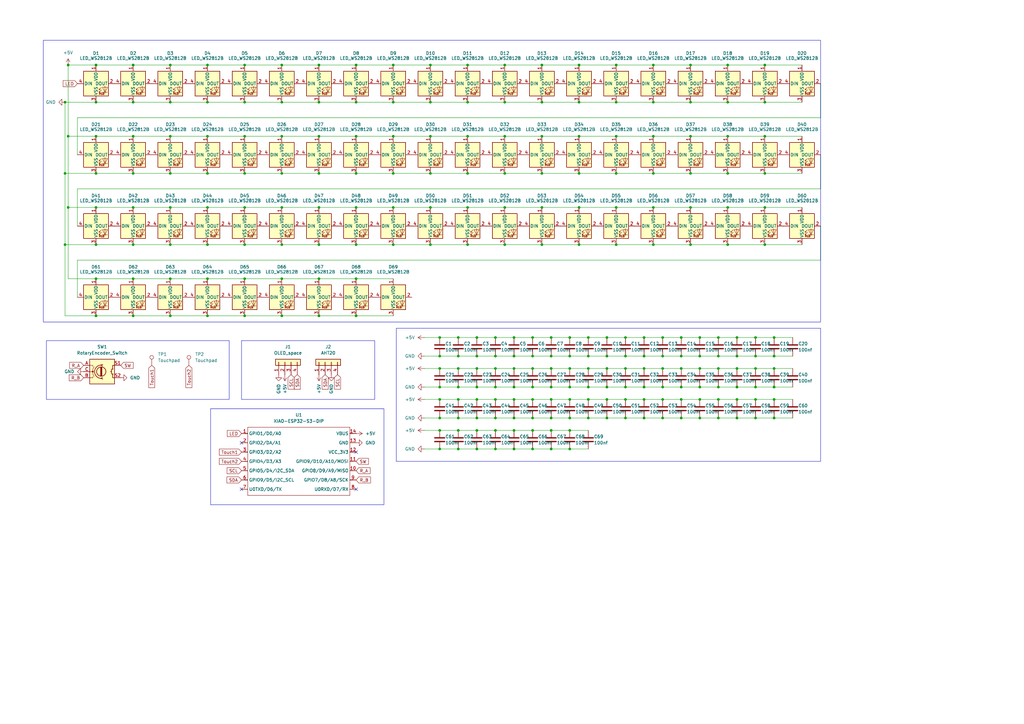
<source format=kicad_sch>
(kicad_sch (version 20250114) (generator "eeschema") (generator_version "9.0")
  (paper "A3")
  (lib_symbols
    (symbol "Connector:TestPoint" (pin_numbers (hide yes)) (pin_names (offset 0.762) (hide yes))
      (property "Reference" "TP" (at 0 6.858 0))
      (property "Value" "TestPoint" (at 0 5.08 0))
      (symbol "TestPoint_1_1"
        (pin passive line (at 0 0 90) (length 2.54) (name "1") (number "1"))
      )
    )
    (symbol "Connector_Generic:Conn_01x04" (pin_names (offset 1.016) (hide yes))
      (property "Reference" "J" (at 0 5.08 0))
      (property "Value" "Conn_01x04" (at 0 -7.62 0))
      (symbol "Conn_01x04_1_1"
        (pin passive line (at -5.08 2.54 0) (length 3.81) (name "Pin_1") (number "1"))
        (pin passive line (at -5.08 0 0) (length 3.81) (name "Pin_2") (number "2"))
        (pin passive line (at -5.08 -2.54 0) (length 3.81) (name "Pin_3") (number "3"))
        (pin passive line (at -5.08 -5.08 0) (length 3.81) (name "Pin_4") (number "4"))
      )
    )
    (symbol "Device:C" (pin_numbers (hide yes)) (pin_names (offset 0.254))
      (property "Reference" "C" (at 0.635 2.54 0))
      (property "Value" "C" (at 0.635 -2.54 0))
      (symbol "C_1_1"
        (pin passive line (at 0 3.81 270) (length 2.794) (name "~") (number "1"))
        (pin passive line (at 0 -3.81 90) (length 2.794) (name "~") (number "2"))
      )
    )
    (symbol "Device:RotaryEncoder_Switch" (pin_names (offset 0.254) (hide yes))
      (property "Reference" "SW" (at 0 6.604 0))
      (property "Value" "RotaryEncoder_Switch" (at 0 -6.604 0))
      (symbol "RotaryEncoder_Switch_1_1"
        (pin passive line (at -7.62 2.54 0) (length 2.54) (name "A") (number "A"))
        (pin passive line (at -7.62 0 0) (length 2.54) (name "C") (number "C"))
        (pin passive line (at -7.62 -2.54 0) (length 2.54) (name "B") (number "B"))
        (pin passive line (at 7.62 2.54 180) (length 2.54) (name "S1") (number "S1"))
        (pin passive line (at 7.62 -2.54 180) (length 2.54) (name "S2") (number "S2"))
      )
    )
    (symbol "ScottoKeebs:LED_WS2812B" (pin_names (offset 0.254))
      (property "Reference" "D" (at 5.08 5.715 0))
      (property "Value" "LED_WS2812B" (at 1.27 -5.715 0))
      (symbol "LED_WS2812B_0_0"
        (text "RGB" (at 2.286 -4.191 0) (effects (font (size 0.762 0.762))))
      )
      (symbol "LED_WS2812B_1_1"
        (pin input line (at -7.62 0 0) (length 2.54) (name "DIN") (number "4"))
        (pin power_in line (at 0 7.62 270) (length 2.54) (name "VDD") (number "1"))
        (pin power_in line (at 0 -7.62 90) (length 2.54) (name "VSS") (number "3"))
        (pin output line (at 7.62 0 180) (length 2.54) (name "DOUT") (number "2"))
      )
    )
    (symbol "Seeed_Studio_XIAO_Series:XIAO-ESP32-S3-DIP"
      (property "Reference" "U" (at 1.27 0.508 0))
      (property "Value" "XIAO-ESP32-S3-DIP" (at 9.652 -1.778 0))
      (symbol "XIAO-ESP32-S3-DIP_1_0"
        (pin passive line (at -2.54 -5.08 0) (length 2.54) (name "GPIO1/D0/A0") (number "1"))
        (pin passive line (at -2.54 -8.89 0) (length 2.54) (name "GPIO2/DA/A1") (number "2"))
        (pin passive line (at -2.54 -12.7 0) (length 2.54) (name "GPIO3/D2/A2") (number "3"))
        (pin passive line (at -2.54 -16.51 0) (length 2.54) (name "GPIO4/D3/A3") (number "4"))
        (pin passive line (at -2.54 -20.32 0) (length 2.54) (name "GPIO5/D4/I2C_SDA") (number "5"))
        (pin passive line (at -2.54 -24.13 0) (length 2.54) (name "GPIO9/D5/I2C_SCL") (number "6"))
        (pin passive line (at -2.54 -27.94 0) (length 2.54) (name "U0TXD/D6/TX") (number "7"))
        (pin passive line (at 44.45 -5.08 180) (length 2.54) (name "VBUS") (number "14"))
        (pin passive line (at 44.45 -8.89 180) (length 2.54) (name "GND") (number "13"))
        (pin passive line (at 44.45 -12.7 180) (length 2.54) (name "VCC_3V3") (number "12"))
        (pin passive line (at 44.45 -16.51 180) (length 2.54) (name "GPIO9/D10/A10/MOSI") (number "11"))
        (pin passive line (at 44.45 -20.32 180) (length 2.54) (name "GPIO8/D9/A9/MISO") (number "10"))
        (pin passive line (at 44.45 -24.13 180) (length 2.54) (name "GPIO7/D8/A8/SCK") (number "9"))
        (pin passive line (at 44.45 -27.94 180) (length 2.54) (name "U0RXD/D7/RX") (number "8"))
      )
    )
    (symbol "power:+5V" (power) (pin_numbers (hide yes)) (pin_names (offset 0) (hide yes))
      (property "Value" "+5V" (at 0 3.556 0))
      (symbol "+5V_1_1"
        (pin power_in line (at 0 0 90) (length 0) (name "~") (number "1"))
      )
    )
    (symbol "power:GND" (power) (pin_numbers (hide yes)) (pin_names (offset 0) (hide yes))
      (property "Value" "GND" (at 0 -3.81 0))
      (symbol "GND_1_1"
        (pin power_in line (at 0 0 270) (length 0) (name "~") (number "1"))
      )
    )
  )
  (rectangle (start 17.78 16.51) (end 336.55 132.08))
  (rectangle (start 162.56 134.62) (end 336.55 189.23))
  (rectangle (start 99.06 139.7) (end 153.67 163.83))
  (rectangle (start 86.36 167.64) (end 157.48 207.01))
  (rectangle (start 19.05 139.7) (end 93.98 163.83))
  (junction (at 298.45 55.88))
  (junction (at 309.88 158.75))
  (junction (at 271.78 158.75))
  (junction (at 115.57 114.3))
  (junction (at 226.06 163.83))
  (junction (at 248.92 171.45))
  (junction (at 100.33 71.12))
  (junction (at 195.58 151.13))
  (junction (at 100.33 85.09))
  (junction (at 271.78 171.45))
  (junction (at 309.88 171.45))
  (junction (at 39.37 41.91))
  (junction (at 264.16 158.75))
  (junction (at 233.68 163.83))
  (junction (at 191.77 55.88))
  (junction (at 203.2 158.75))
  (junction (at 287.02 151.13))
  (junction (at 161.29 55.88))
  (junction (at 54.61 129.54))
  (junction (at 218.44 171.45))
  (junction (at 267.97 26.67))
  (junction (at 302.26 171.45))
  (junction (at 85.09 55.88))
  (junction (at 187.96 151.13))
  (junction (at 267.97 85.09))
  (junction (at 264.16 138.43))
  (junction (at 313.69 100.33))
  (junction (at 264.16 151.13))
  (junction (at 115.57 85.09))
  (junction (at 176.53 55.88))
  (junction (at 54.61 41.91))
  (junction (at 313.69 26.67))
  (junction (at 161.29 71.12))
  (junction (at 302.26 158.75))
  (junction (at 233.68 176.53))
  (junction (at 241.3 163.83))
  (junction (at 241.3 151.13))
  (junction (at 226.06 184.15))
  (junction (at 218.44 176.53))
  (junction (at 180.34 138.43))
  (junction (at 279.4 163.83))
  (junction (at 267.97 41.91))
  (junction (at 180.34 146.05))
  (junction (at 298.45 41.91))
  (junction (at 287.02 138.43))
  (junction (at 203.2 151.13))
  (junction (at 180.34 176.53))
  (junction (at 146.05 85.09))
  (junction (at 309.88 163.83))
  (junction (at 218.44 138.43))
  (junction (at 69.85 26.67))
  (junction (at 146.05 114.3))
  (junction (at 191.77 100.33))
  (junction (at 279.4 138.43))
  (junction (at 256.54 151.13))
  (junction (at 195.58 146.05))
  (junction (at 218.44 151.13))
  (junction (at 130.81 85.09))
  (junction (at 195.58 176.53))
  (junction (at 302.26 163.83))
  (junction (at 39.37 129.54))
  (junction (at 313.69 55.88))
  (junction (at 54.61 100.33))
  (junction (at 248.92 146.05))
  (junction (at 146.05 26.67))
  (junction (at 317.5 138.43))
  (junction (at 226.06 176.53))
  (junction (at 85.09 114.3))
  (junction (at 256.54 158.75))
  (junction (at 195.58 184.15))
  (junction (at 130.81 55.88))
  (junction (at 54.61 114.3))
  (junction (at 233.68 171.45))
  (junction (at 309.88 146.05))
  (junction (at 271.78 138.43))
  (junction (at 54.61 55.88))
  (junction (at 279.4 151.13))
  (junction (at 248.92 163.83))
  (junction (at 100.33 26.67))
  (junction (at 146.05 71.12))
  (junction (at 27.94 55.88))
  (junction (at 279.4 158.75))
  (junction (at 39.37 100.33))
  (junction (at 130.81 41.91))
  (junction (at 187.96 184.15))
  (junction (at 226.06 151.13))
  (junction (at 283.21 26.67))
  (junction (at 191.77 41.91))
  (junction (at 298.45 71.12))
  (junction (at 294.64 163.83))
  (junction (at 218.44 184.15))
  (junction (at 283.21 100.33))
  (junction (at 218.44 146.05))
  (junction (at 26.67 100.33))
  (junction (at 39.37 26.67))
  (junction (at 54.61 71.12))
  (junction (at 237.49 26.67))
  (junction (at 69.85 114.3))
  (junction (at 69.85 100.33))
  (junction (at 302.26 146.05))
  (junction (at 267.97 55.88))
  (junction (at 195.58 163.83))
  (junction (at 191.77 85.09))
  (junction (at 226.06 138.43))
  (junction (at 222.25 100.33))
  (junction (at 256.54 146.05))
  (junction (at 267.97 71.12))
  (junction (at 233.68 138.43))
  (junction (at 69.85 41.91))
  (junction (at 69.85 85.09))
  (junction (at 233.68 151.13))
  (junction (at 187.96 176.53))
  (junction (at 69.85 55.88))
  (junction (at 267.97 100.33))
  (junction (at 69.85 71.12))
  (junction (at 252.73 26.67))
  (junction (at 294.64 158.75))
  (junction (at 195.58 158.75))
  (junction (at 294.64 138.43))
  (junction (at 187.96 146.05))
  (junction (at 195.58 171.45))
  (junction (at 283.21 71.12))
  (junction (at 115.57 71.12))
  (junction (at 115.57 100.33))
  (junction (at 100.33 114.3))
  (junction (at 39.37 85.09))
  (junction (at 210.82 138.43))
  (junction (at 210.82 184.15))
  (junction (at 317.5 151.13))
  (junction (at 271.78 151.13))
  (junction (at 279.4 171.45))
  (junction (at 146.05 41.91))
  (junction (at 271.78 163.83))
  (junction (at 294.64 171.45))
  (junction (at 130.81 114.3))
  (junction (at 115.57 129.54))
  (junction (at 298.45 85.09))
  (junction (at 287.02 158.75))
  (junction (at 26.67 71.12))
  (junction (at 203.2 138.43))
  (junction (at 237.49 85.09))
  (junction (at 180.34 151.13))
  (junction (at 180.34 171.45))
  (junction (at 85.09 26.67))
  (junction (at 180.34 184.15))
  (junction (at 85.09 71.12))
  (junction (at 207.01 26.67))
  (junction (at 210.82 171.45))
  (junction (at 222.25 26.67))
  (junction (at 115.57 41.91))
  (junction (at 222.25 85.09))
  (junction (at 256.54 163.83))
  (junction (at 237.49 71.12))
  (junction (at 222.25 55.88))
  (junction (at 176.53 85.09))
  (junction (at 27.94 26.67))
  (junction (at 218.44 158.75))
  (junction (at 187.96 158.75))
  (junction (at 317.5 158.75))
  (junction (at 317.5 171.45))
  (junction (at 161.29 85.09))
  (junction (at 100.33 100.33))
  (junction (at 241.3 146.05))
  (junction (at 313.69 41.91))
  (junction (at 100.33 55.88))
  (junction (at 191.77 71.12))
  (junction (at 279.4 146.05))
  (junction (at 287.02 171.45))
  (junction (at 252.73 100.33))
  (junction (at 241.3 158.75))
  (junction (at 287.02 163.83))
  (junction (at 69.85 129.54))
  (junction (at 309.88 151.13))
  (junction (at 283.21 85.09))
  (junction (at 146.05 100.33))
  (junction (at 27.94 85.09))
  (junction (at 298.45 26.67))
  (junction (at 207.01 100.33))
  (junction (at 161.29 41.91))
  (junction (at 252.73 55.88))
  (junction (at 146.05 129.54))
  (junction (at 39.37 71.12))
  (junction (at 302.26 151.13))
  (junction (at 218.44 163.83))
  (junction (at 26.67 41.91))
  (junction (at 207.01 55.88))
  (junction (at 248.92 138.43))
  (junction (at 85.09 85.09))
  (junction (at 207.01 41.91))
  (junction (at 241.3 138.43))
  (junction (at 85.09 41.91))
  (junction (at 100.33 129.54))
  (junction (at 115.57 26.67))
  (junction (at 252.73 71.12))
  (junction (at 54.61 85.09))
  (junction (at 54.61 26.67))
  (junction (at 233.68 146.05))
  (junction (at 191.77 26.67))
  (junction (at 256.54 171.45))
  (junction (at 264.16 163.83))
  (junction (at 283.21 41.91))
  (junction (at 283.21 55.88))
  (junction (at 180.34 158.75))
  (junction (at 313.69 71.12))
  (junction (at 248.92 151.13))
  (junction (at 187.96 163.83))
  (junction (at 302.26 138.43))
  (junction (at 85.09 100.33))
  (junction (at 176.53 71.12))
  (junction (at 203.2 163.83))
  (junction (at 207.01 71.12))
  (junction (at 85.09 129.54))
  (junction (at 39.37 114.3))
  (junction (at 210.82 176.53))
  (junction (at 248.92 158.75))
  (junction (at 210.82 146.05))
  (junction (at 180.34 163.83))
  (junction (at 115.57 55.88))
  (junction (at 203.2 176.53))
  (junction (at 161.29 26.67))
  (junction (at 237.49 41.91))
  (junction (at 252.73 85.09))
  (junction (at 207.01 85.09))
  (junction (at 130.81 129.54))
  (junction (at 203.2 184.15))
  (junction (at 39.37 55.88))
  (junction (at 317.5 146.05))
  (junction (at 130.81 71.12))
  (junction (at 176.53 41.91))
  (junction (at 203.2 171.45))
  (junction (at 222.25 71.12))
  (junction (at 195.58 138.43))
  (junction (at 264.16 146.05))
  (junction (at 287.02 146.05))
  (junction (at 252.73 41.91))
  (junction (at 130.81 26.67))
  (junction (at 298.45 100.33))
  (junction (at 233.68 158.75))
  (junction (at 100.33 41.91))
  (junction (at 294.64 151.13))
  (junction (at 187.96 138.43))
  (junction (at 210.82 158.75))
  (junction (at 226.06 146.05))
  (junction (at 264.16 171.45))
  (junction (at 176.53 26.67))
  (junction (at 317.5 163.83))
  (junction (at 210.82 163.83))
  (junction (at 130.81 100.33))
  (junction (at 237.49 55.88))
  (junction (at 271.78 146.05))
  (junction (at 226.06 171.45))
  (junction (at 222.25 41.91))
  (junction (at 256.54 138.43))
  (junction (at 237.49 100.33))
  (junction (at 176.53 100.33))
  (junction (at 187.96 171.45))
  (junction (at 241.3 171.45))
  (junction (at 203.2 146.05))
  (junction (at 233.68 184.15))
  (junction (at 309.88 138.43))
  (junction (at 313.69 85.09))
  (junction (at 294.64 146.05))
  (junction (at 146.05 55.88))
  (junction (at 210.82 151.13))
  (junction (at 161.29 100.33))
  (junction (at 226.06 158.75))
  (no_connect (at 99.06 181.61))
  (no_connect (at 99.06 200.66))
  (no_connect (at 146.05 200.66))
  (no_connect (at 146.05 185.42))
  (wire (pts (xy 256.54 138.43) (xy 264.16 138.43)))
  (wire (pts (xy 26.67 71.12) (xy 39.37 71.12)))
  (wire (pts (xy 195.58 151.13) (xy 203.2 151.13)))
  (wire (pts (xy 100.33 129.54) (xy 115.57 129.54)))
  (wire (pts (xy 226.06 138.43) (xy 233.68 138.43)))
  (wire (pts (xy 100.33 26.67) (xy 115.57 26.67)))
  (wire (pts (xy 39.37 41.91) (xy 54.61 41.91)))
  (wire (pts (xy 26.67 41.91) (xy 39.37 41.91)))
  (wire (pts (xy 267.97 85.09) (xy 283.21 85.09)))
  (wire (pts (xy 130.81 71.12) (xy 146.05 71.12)))
  (wire (pts (xy 302.26 146.05) (xy 309.88 146.05)))
  (wire (pts (xy 180.34 158.75) (xy 187.96 158.75)))
  (wire (pts (xy 54.61 26.67) (xy 69.85 26.67)))
  (wire (pts (xy 187.96 158.75) (xy 195.58 158.75)))
  (wire (pts (xy 264.16 163.83) (xy 271.78 163.83)))
  (wire (pts (xy 203.2 171.45) (xy 210.82 171.45)))
  (wire (pts (xy 267.97 100.33) (xy 283.21 100.33)))
  (wire (pts (xy 237.49 26.67) (xy 252.73 26.67)))
  (wire (pts (xy 27.94 26.67) (xy 39.37 26.67)))
  (wire (pts (xy 207.01 41.91) (xy 222.25 41.91)))
  (wire (pts (xy 173.99 138.43) (xy 180.34 138.43)))
  (wire (pts (xy 264.16 146.05) (xy 271.78 146.05)))
  (wire (pts (xy 252.73 26.67) (xy 267.97 26.67)))
  (wire (pts (xy 27.94 26.67) (xy 27.94 55.88)))
  (wire (pts (xy 302.26 163.83) (xy 309.88 163.83)))
  (wire (pts (xy 187.96 176.53) (xy 195.58 176.53)))
  (wire (pts (xy 176.53 85.09) (xy 191.77 85.09)))
  (wire (pts (xy 195.58 163.83) (xy 203.2 163.83)))
  (wire (pts (xy 226.06 184.15) (xy 233.68 184.15)))
  (wire (pts (xy 195.58 158.75) (xy 203.2 158.75)))
  (wire (pts (xy 336.55 63.5) (xy 336.55 77.47)))
  (wire (pts (xy 27.94 55.88) (xy 27.94 85.09)))
  (wire (pts (xy 264.16 171.45) (xy 271.78 171.45)))
  (wire (pts (xy 187.96 163.83) (xy 195.58 163.83)))
  (wire (pts (xy 115.57 41.91) (xy 130.81 41.91)))
  (wire (pts (xy 267.97 55.88) (xy 283.21 55.88)))
  (wire (pts (xy 26.67 41.91) (xy 26.67 71.12)))
  (wire (pts (xy 313.69 26.67) (xy 328.93 26.67)))
  (wire (pts (xy 233.68 151.13) (xy 241.3 151.13)))
  (wire (pts (xy 191.77 100.33) (xy 207.01 100.33)))
  (wire (pts (xy 336.55 48.26) (xy 31.75 48.26)))
  (wire (pts (xy 298.45 55.88) (xy 313.69 55.88)))
  (wire (pts (xy 161.29 100.33) (xy 176.53 100.33)))
  (wire (pts (xy 222.25 26.67) (xy 237.49 26.67)))
  (wire (pts (xy 173.99 158.75) (xy 180.34 158.75)))
  (wire (pts (xy 54.61 114.3) (xy 69.85 114.3)))
  (wire (pts (xy 69.85 85.09) (xy 85.09 85.09)))
  (wire (pts (xy 222.25 85.09) (xy 237.49 85.09)))
  (wire (pts (xy 210.82 138.43) (xy 218.44 138.43)))
  (wire (pts (xy 195.58 138.43) (xy 203.2 138.43)))
  (wire (pts (xy 252.73 85.09) (xy 267.97 85.09)))
  (wire (pts (xy 26.67 129.54) (xy 39.37 129.54)))
  (wire (pts (xy 195.58 184.15) (xy 203.2 184.15)))
  (wire (pts (xy 195.58 176.53) (xy 203.2 176.53)))
  (wire (pts (xy 161.29 55.88) (xy 176.53 55.88)))
  (wire (pts (xy 233.68 158.75) (xy 241.3 158.75)))
  (wire (pts (xy 271.78 163.83) (xy 279.4 163.83)))
  (wire (pts (xy 54.61 100.33) (xy 69.85 100.33)))
  (wire (pts (xy 173.99 146.05) (xy 180.34 146.05)))
  (wire (pts (xy 100.33 85.09) (xy 115.57 85.09)))
  (wire (pts (xy 69.85 129.54) (xy 85.09 129.54)))
  (wire (pts (xy 309.88 163.83) (xy 317.5 163.83)))
  (wire (pts (xy 161.29 41.91) (xy 176.53 41.91)))
  (wire (pts (xy 309.88 151.13) (xy 317.5 151.13)))
  (wire (pts (xy 26.67 71.12) (xy 26.67 100.33)))
  (wire (pts (xy 39.37 100.33) (xy 54.61 100.33)))
  (wire (pts (xy 313.69 55.88) (xy 328.93 55.88)))
  (wire (pts (xy 248.92 163.83) (xy 256.54 163.83)))
  (wire (pts (xy 161.29 85.09) (xy 176.53 85.09)))
  (wire (pts (xy 237.49 100.33) (xy 252.73 100.33)))
  (wire (pts (xy 39.37 55.88) (xy 54.61 55.88)))
  (wire (pts (xy 203.2 163.83) (xy 210.82 163.83)))
  (wire (pts (xy 69.85 55.88) (xy 85.09 55.88)))
  (wire (pts (xy 130.81 114.3) (xy 146.05 114.3)))
  (wire (pts (xy 271.78 138.43) (xy 279.4 138.43)))
  (wire (pts (xy 191.77 71.12) (xy 207.01 71.12)))
  (wire (pts (xy 233.68 146.05) (xy 241.3 146.05)))
  (wire (pts (xy 241.3 158.75) (xy 248.92 158.75)))
  (wire (pts (xy 302.26 138.43) (xy 309.88 138.43)))
  (wire (pts (xy 187.96 146.05) (xy 195.58 146.05)))
  (wire (pts (xy 176.53 26.67) (xy 191.77 26.67)))
  (wire (pts (xy 100.33 100.33) (xy 115.57 100.33)))
  (wire (pts (xy 54.61 129.54) (xy 69.85 129.54)))
  (wire (pts (xy 226.06 151.13) (xy 233.68 151.13)))
  (wire (pts (xy 248.92 158.75) (xy 256.54 158.75)))
  (wire (pts (xy 180.34 138.43) (xy 187.96 138.43)))
  (wire (pts (xy 161.29 26.67) (xy 176.53 26.67)))
  (wire (pts (xy 218.44 163.83) (xy 226.06 163.83)))
  (wire (pts (xy 218.44 138.43) (xy 226.06 138.43)))
  (wire (pts (xy 287.02 158.75) (xy 294.64 158.75)))
  (wire (pts (xy 294.64 146.05) (xy 302.26 146.05)))
  (wire (pts (xy 210.82 176.53) (xy 218.44 176.53)))
  (wire (pts (xy 100.33 71.12) (xy 115.57 71.12)))
  (wire (pts (xy 283.21 100.33) (xy 298.45 100.33)))
  (wire (pts (xy 210.82 146.05) (xy 218.44 146.05)))
  (wire (pts (xy 146.05 85.09) (xy 161.29 85.09)))
  (wire (pts (xy 271.78 146.05) (xy 279.4 146.05)))
  (wire (pts (xy 100.33 114.3) (xy 115.57 114.3)))
  (wire (pts (xy 241.3 138.43) (xy 248.92 138.43)))
  (wire (pts (xy 85.09 26.67) (xy 100.33 26.67)))
  (wire (pts (xy 298.45 41.91) (xy 313.69 41.91)))
  (wire (pts (xy 210.82 151.13) (xy 218.44 151.13)))
  (wire (pts (xy 176.53 55.88) (xy 191.77 55.88)))
  (wire (pts (xy 130.81 85.09) (xy 146.05 85.09)))
  (wire (pts (xy 336.55 106.68) (xy 31.75 106.68)))
  (wire (pts (xy 130.81 55.88) (xy 146.05 55.88)))
  (wire (pts (xy 271.78 158.75) (xy 279.4 158.75)))
  (wire (pts (xy 287.02 171.45) (xy 294.64 171.45)))
  (wire (pts (xy 85.09 55.88) (xy 100.33 55.88)))
  (wire (pts (xy 226.06 176.53) (xy 233.68 176.53)))
  (wire (pts (xy 313.69 100.33) (xy 328.93 100.33)))
  (wire (pts (xy 264.16 158.75) (xy 271.78 158.75)))
  (wire (pts (xy 146.05 71.12) (xy 161.29 71.12)))
  (wire (pts (xy 218.44 158.75) (xy 226.06 158.75)))
  (wire (pts (xy 279.4 151.13) (xy 287.02 151.13)))
  (wire (pts (xy 195.58 146.05) (xy 203.2 146.05)))
  (wire (pts (xy 146.05 55.88) (xy 161.29 55.88)))
  (wire (pts (xy 298.45 26.67) (xy 313.69 26.67)))
  (wire (pts (xy 187.96 138.43) (xy 195.58 138.43)))
  (wire (pts (xy 248.92 151.13) (xy 256.54 151.13)))
  (wire (pts (xy 218.44 184.15) (xy 226.06 184.15)))
  (wire (pts (xy 302.26 158.75) (xy 309.88 158.75)))
  (wire (pts (xy 283.21 26.67) (xy 298.45 26.67)))
  (wire (pts (xy 69.85 41.91) (xy 85.09 41.91)))
  (wire (pts (xy 39.37 129.54) (xy 54.61 129.54)))
  (wire (pts (xy 176.53 41.91) (xy 191.77 41.91)))
  (wire (pts (xy 298.45 85.09) (xy 313.69 85.09)))
  (wire (pts (xy 317.5 151.13) (xy 325.12 151.13)))
  (wire (pts (xy 27.94 55.88) (xy 39.37 55.88)))
  (wire (pts (xy 85.09 85.09) (xy 100.33 85.09)))
  (wire (pts (xy 207.01 26.67) (xy 222.25 26.67)))
  (wire (pts (xy 115.57 71.12) (xy 130.81 71.12)))
  (wire (pts (xy 317.5 163.83) (xy 325.12 163.83)))
  (wire (pts (xy 309.88 158.75) (xy 317.5 158.75)))
  (wire (pts (xy 173.99 171.45) (xy 180.34 171.45)))
  (wire (pts (xy 85.09 41.91) (xy 100.33 41.91)))
  (wire (pts (xy 256.54 163.83) (xy 264.16 163.83)))
  (wire (pts (xy 336.55 77.47) (xy 31.75 77.47)))
  (wire (pts (xy 203.2 184.15) (xy 210.82 184.15)))
  (wire (pts (xy 248.92 146.05) (xy 256.54 146.05)))
  (wire (pts (xy 241.3 146.05) (xy 248.92 146.05)))
  (wire (pts (xy 241.3 171.45) (xy 248.92 171.45)))
  (wire (pts (xy 210.82 184.15) (xy 218.44 184.15)))
  (wire (pts (xy 264.16 151.13) (xy 271.78 151.13)))
  (wire (pts (xy 26.67 100.33) (xy 26.67 129.54)))
  (wire (pts (xy 187.96 184.15) (xy 195.58 184.15)))
  (wire (pts (xy 233.68 171.45) (xy 241.3 171.45)))
  (wire (pts (xy 302.26 151.13) (xy 309.88 151.13)))
  (wire (pts (xy 176.53 100.33) (xy 191.77 100.33)))
  (wire (pts (xy 336.55 92.71) (xy 336.55 106.68)))
  (wire (pts (xy 294.64 151.13) (xy 302.26 151.13)))
  (wire (pts (xy 115.57 55.88) (xy 130.81 55.88)))
  (wire (pts (xy 203.2 151.13) (xy 210.82 151.13)))
  (wire (pts (xy 203.2 158.75) (xy 210.82 158.75)))
  (wire (pts (xy 222.25 41.91) (xy 237.49 41.91)))
  (wire (pts (xy 173.99 163.83) (xy 180.34 163.83)))
  (wire (pts (xy 226.06 158.75) (xy 233.68 158.75)))
  (wire (pts (xy 191.77 55.88) (xy 207.01 55.88)))
  (wire (pts (xy 252.73 71.12) (xy 267.97 71.12)))
  (wire (pts (xy 100.33 41.91) (xy 115.57 41.91)))
  (wire (pts (xy 294.64 171.45) (xy 302.26 171.45)))
  (wire (pts (xy 85.09 129.54) (xy 100.33 129.54)))
  (wire (pts (xy 222.25 55.88) (xy 237.49 55.88)))
  (wire (pts (xy 176.53 71.12) (xy 191.77 71.12)))
  (wire (pts (xy 226.06 171.45) (xy 233.68 171.45)))
  (wire (pts (xy 54.61 55.88) (xy 69.85 55.88)))
  (wire (pts (xy 187.96 171.45) (xy 195.58 171.45)))
  (wire (pts (xy 173.99 176.53) (xy 180.34 176.53)))
  (wire (pts (xy 115.57 26.67) (xy 130.81 26.67)))
  (wire (pts (xy 317.5 171.45) (xy 325.12 171.45)))
  (wire (pts (xy 69.85 114.3) (xy 85.09 114.3)))
  (wire (pts (xy 287.02 146.05) (xy 294.64 146.05)))
  (wire (pts (xy 252.73 55.88) (xy 267.97 55.88)))
  (wire (pts (xy 180.34 163.83) (xy 187.96 163.83)))
  (wire (pts (xy 210.82 171.45) (xy 218.44 171.45)))
  (wire (pts (xy 146.05 114.3) (xy 161.29 114.3)))
  (wire (pts (xy 336.55 34.29) (xy 336.55 48.26)))
  (wire (pts (xy 146.05 129.54) (xy 161.29 129.54)))
  (wire (pts (xy 146.05 41.91) (xy 161.29 41.91)))
  (wire (pts (xy 54.61 71.12) (xy 69.85 71.12)))
  (wire (pts (xy 233.68 176.53) (xy 241.3 176.53)))
  (wire (pts (xy 115.57 85.09) (xy 130.81 85.09)))
  (wire (pts (xy 279.4 158.75) (xy 287.02 158.75)))
  (wire (pts (xy 317.5 158.75) (xy 325.12 158.75)))
  (wire (pts (xy 233.68 138.43) (xy 241.3 138.43)))
  (wire (pts (xy 237.49 55.88) (xy 252.73 55.88)))
  (wire (pts (xy 271.78 151.13) (xy 279.4 151.13)))
  (wire (pts (xy 85.09 114.3) (xy 100.33 114.3)))
  (wire (pts (xy 256.54 171.45) (xy 264.16 171.45)))
  (wire (pts (xy 302.26 171.45) (xy 309.88 171.45)))
  (wire (pts (xy 218.44 171.45) (xy 226.06 171.45)))
  (wire (pts (xy 264.16 138.43) (xy 271.78 138.43)))
  (wire (pts (xy 226.06 163.83) (xy 233.68 163.83)))
  (wire (pts (xy 191.77 41.91) (xy 207.01 41.91)))
  (wire (pts (xy 130.81 100.33) (xy 146.05 100.33)))
  (wire (pts (xy 271.78 171.45) (xy 279.4 171.45)))
  (wire (pts (xy 279.4 146.05) (xy 287.02 146.05)))
  (wire (pts (xy 146.05 26.67) (xy 161.29 26.67)))
  (wire (pts (xy 267.97 26.67) (xy 283.21 26.67)))
  (wire (pts (xy 287.02 151.13) (xy 294.64 151.13)))
  (wire (pts (xy 207.01 85.09) (xy 222.25 85.09)))
  (wire (pts (xy 100.33 55.88) (xy 115.57 55.88)))
  (wire (pts (xy 203.2 146.05) (xy 210.82 146.05)))
  (wire (pts (xy 207.01 55.88) (xy 222.25 55.88)))
  (wire (pts (xy 39.37 71.12) (xy 54.61 71.12)))
  (wire (pts (xy 54.61 85.09) (xy 69.85 85.09)))
  (wire (pts (xy 146.05 100.33) (xy 161.29 100.33)))
  (wire (pts (xy 187.96 151.13) (xy 195.58 151.13)))
  (wire (pts (xy 252.73 41.91) (xy 267.97 41.91)))
  (wire (pts (xy 31.75 48.26) (xy 31.75 63.5)))
  (wire (pts (xy 283.21 41.91) (xy 298.45 41.91)))
  (wire (pts (xy 294.64 138.43) (xy 302.26 138.43)))
  (wire (pts (xy 39.37 114.3) (xy 54.61 114.3)))
  (wire (pts (xy 237.49 71.12) (xy 252.73 71.12)))
  (wire (pts (xy 309.88 171.45) (xy 317.5 171.45)))
  (wire (pts (xy 210.82 158.75) (xy 218.44 158.75)))
  (wire (pts (xy 313.69 85.09) (xy 328.93 85.09)))
  (wire (pts (xy 180.34 151.13) (xy 187.96 151.13)))
  (wire (pts (xy 309.88 146.05) (xy 317.5 146.05)))
  (wire (pts (xy 218.44 151.13) (xy 226.06 151.13)))
  (wire (pts (xy 207.01 100.33) (xy 222.25 100.33)))
  (wire (pts (xy 195.58 171.45) (xy 203.2 171.45)))
  (wire (pts (xy 279.4 171.45) (xy 287.02 171.45)))
  (wire (pts (xy 233.68 163.83) (xy 241.3 163.83)))
  (wire (pts (xy 218.44 146.05) (xy 226.06 146.05)))
  (wire (pts (xy 267.97 71.12) (xy 283.21 71.12)))
  (wire (pts (xy 256.54 158.75) (xy 264.16 158.75)))
  (wire (pts (xy 252.73 100.33) (xy 267.97 100.33)))
  (wire (pts (xy 191.77 85.09) (xy 207.01 85.09)))
  (wire (pts (xy 26.67 100.33) (xy 39.37 100.33)))
  (wire (pts (xy 27.94 85.09) (xy 39.37 85.09)))
  (wire (pts (xy 279.4 163.83) (xy 287.02 163.83)))
  (wire (pts (xy 39.37 85.09) (xy 54.61 85.09)))
  (wire (pts (xy 115.57 114.3) (xy 130.81 114.3)))
  (wire (pts (xy 279.4 138.43) (xy 287.02 138.43)))
  (wire (pts (xy 54.61 41.91) (xy 69.85 41.91)))
  (wire (pts (xy 27.94 85.09) (xy 27.94 114.3)))
  (wire (pts (xy 191.77 26.67) (xy 207.01 26.67)))
  (wire (pts (xy 298.45 100.33) (xy 313.69 100.33)))
  (wire (pts (xy 180.34 184.15) (xy 187.96 184.15)))
  (wire (pts (xy 203.2 176.53) (xy 210.82 176.53)))
  (wire (pts (xy 283.21 85.09) (xy 298.45 85.09)))
  (wire (pts (xy 287.02 163.83) (xy 294.64 163.83)))
  (wire (pts (xy 248.92 138.43) (xy 256.54 138.43)))
  (wire (pts (xy 256.54 151.13) (xy 264.16 151.13)))
  (wire (pts (xy 283.21 55.88) (xy 298.45 55.88)))
  (wire (pts (xy 85.09 71.12) (xy 100.33 71.12)))
  (wire (pts (xy 222.25 71.12) (xy 237.49 71.12)))
  (wire (pts (xy 241.3 163.83) (xy 248.92 163.83)))
  (wire (pts (xy 203.2 138.43) (xy 210.82 138.43)))
  (wire (pts (xy 173.99 151.13) (xy 180.34 151.13)))
  (wire (pts (xy 161.29 71.12) (xy 176.53 71.12)))
  (wire (pts (xy 294.64 163.83) (xy 302.26 163.83)))
  (wire (pts (xy 115.57 129.54) (xy 130.81 129.54)))
  (wire (pts (xy 256.54 146.05) (xy 264.16 146.05)))
  (wire (pts (xy 69.85 71.12) (xy 85.09 71.12)))
  (wire (pts (xy 226.06 146.05) (xy 233.68 146.05)))
  (wire (pts (xy 173.99 184.15) (xy 180.34 184.15)))
  (wire (pts (xy 130.81 41.91) (xy 146.05 41.91)))
  (wire (pts (xy 233.68 184.15) (xy 241.3 184.15)))
  (wire (pts (xy 69.85 100.33) (xy 85.09 100.33)))
  (wire (pts (xy 283.21 71.12) (xy 298.45 71.12)))
  (wire (pts (xy 248.92 171.45) (xy 256.54 171.45)))
  (wire (pts (xy 317.5 146.05) (xy 325.12 146.05)))
  (wire (pts (xy 27.94 114.3) (xy 39.37 114.3)))
  (wire (pts (xy 313.69 41.91) (xy 328.93 41.91)))
  (wire (pts (xy 317.5 138.43) (xy 325.12 138.43)))
  (wire (pts (xy 85.09 100.33) (xy 100.33 100.33)))
  (wire (pts (xy 115.57 100.33) (xy 130.81 100.33)))
  (wire (pts (xy 298.45 71.12) (xy 313.69 71.12)))
  (wire (pts (xy 180.34 171.45) (xy 187.96 171.45)))
  (wire (pts (xy 241.3 151.13) (xy 248.92 151.13)))
  (wire (pts (xy 237.49 41.91) (xy 252.73 41.91)))
  (wire (pts (xy 294.64 158.75) (xy 302.26 158.75)))
  (wire (pts (xy 287.02 138.43) (xy 294.64 138.43)))
  (wire (pts (xy 130.81 129.54) (xy 146.05 129.54)))
  (wire (pts (xy 180.34 146.05) (xy 187.96 146.05)))
  (wire (pts (xy 313.69 71.12) (xy 328.93 71.12)))
  (wire (pts (xy 31.75 106.68) (xy 31.75 121.92)))
  (wire (pts (xy 130.81 26.67) (xy 146.05 26.67)))
  (wire (pts (xy 237.49 85.09) (xy 252.73 85.09)))
  (wire (pts (xy 31.75 77.47) (xy 31.75 92.71)))
  (wire (pts (xy 218.44 176.53) (xy 226.06 176.53)))
  (wire (pts (xy 207.01 71.12) (xy 222.25 71.12)))
  (wire (pts (xy 210.82 163.83) (xy 218.44 163.83)))
  (wire (pts (xy 69.85 26.67) (xy 85.09 26.67)))
  (wire (pts (xy 267.97 41.91) (xy 283.21 41.91)))
  (wire (pts (xy 180.34 176.53) (xy 187.96 176.53)))
  (wire (pts (xy 39.37 26.67) (xy 54.61 26.67)))
  (wire (pts (xy 309.88 138.43) (xy 317.5 138.43)))
  (wire (pts (xy 222.25 100.33) (xy 237.49 100.33)))
  (global_label "SDA" (shape input) (at 121.92 153.67 270) (property "Intersheetrefs" "${INTERSHEET_REFS}" (effects (hide yes))))
  (global_label "Touch2" (shape input) (at 99.06 189.23 180) (property "Intersheetrefs" "${INTERSHEET_REFS}" (effects (hide yes))))
  (global_label "SCL" (shape input) (at 138.43 153.67 270) (property "Intersheetrefs" "${INTERSHEET_REFS}" (effects (hide yes))))
  (global_label "LED" (shape input) (at 31.75 34.29 180) (property "Intersheetrefs" "${INTERSHEET_REFS}" (effects (hide yes))))
  (global_label "SDA" (shape input) (at 99.06 196.85 180) (property "Intersheetrefs" "${INTERSHEET_REFS}" (effects (hide yes))))
  (global_label "R_A" (shape input) (at 34.29 149.86 180) (property "Intersheetrefs" "${INTERSHEET_REFS}" (effects (hide yes))))
  (global_label "LED" (shape input) (at 99.06 177.8 180) (property "Intersheetrefs" "${INTERSHEET_REFS}" (effects (hide yes))))
  (global_label "R_B" (shape input) (at 146.05 196.85 0) (property "Intersheetrefs" "${INTERSHEET_REFS}" (effects (hide yes))))
  (global_label "R_A" (shape input) (at 146.05 193.04 0) (property "Intersheetrefs" "${INTERSHEET_REFS}" (effects (hide yes))))
  (global_label "Touch1" (shape input) (at 62.23 149.86 270) (property "Intersheetrefs" "${INTERSHEET_REFS}" (effects (hide yes))))
  (global_label "SDA" (shape input) (at 133.35 153.67 270) (property "Intersheetrefs" "${INTERSHEET_REFS}" (effects (hide yes))))
  (global_label "Touch1" (shape input) (at 99.06 185.42 180) (property "Intersheetrefs" "${INTERSHEET_REFS}" (effects (hide yes))))
  (global_label "SW" (shape input) (at 49.53 149.86 0) (property "Intersheetrefs" "${INTERSHEET_REFS}" (effects (hide yes))))
  (global_label "Touch2" (shape input) (at 77.47 149.86 270) (property "Intersheetrefs" "${INTERSHEET_REFS}" (effects (hide yes))))
  (global_label "SCL" (shape input) (at 99.06 193.04 180) (property "Intersheetrefs" "${INTERSHEET_REFS}" (effects (hide yes))))
  (global_label "SCL" (shape input) (at 119.38 153.67 270) (property "Intersheetrefs" "${INTERSHEET_REFS}" (effects (hide yes))))
  (global_label "SW" (shape input) (at 146.05 189.23 0) (property "Intersheetrefs" "${INTERSHEET_REFS}" (effects (hide yes))))
  (global_label "R_B" (shape input) (at 34.29 154.94 180) (property "Intersheetrefs" "${INTERSHEET_REFS}" (effects (hide yes))))
  (symbol (lib_id "ScottoKeebs:LED_WS2812B") (at 85.09 34.29 0) (unit 1)
    (property "Reference" "D4" (at 85.09 21.844 0))
    (property "Value" "LED_WS2812B" (at 85.09 23.876 0))
    (property "Footprint" "ScottoKeebs_Components:LED_WS2812B_EDITED" (effects (hide yes)))
    (property "Datasheet" "https://cdn-shop.adafruit.com/datasheets/WS2812B.pdf" (effects (hide yes)))
    (property "Description" "RGB LED with integrated controller" (effects (hide yes)))
  )
  (symbol (lib_id "ScottoKeebs:LED_WS2812B") (at 146.05 121.92 0) (unit 1)
    (property "Reference" "D68" (at 146.05 109.474 0))
    (property "Value" "LED_WS2812B" (at 146.05 111.506 0))
    (property "Footprint" "ScottoKeebs_Components:LED_WS2812B_EDITED" (effects (hide yes)))
    (property "Datasheet" "https://cdn-shop.adafruit.com/datasheets/WS2812B.pdf" (effects (hide yes)))
    (property "Description" "RGB LED with integrated controller" (effects (hide yes)))
  )
  (symbol (lib_id "ScottoKeebs:LED_WS2812B") (at 237.49 92.71 0) (unit 1)
    (property "Reference" "D54" (at 237.49 80.264 0))
    (property "Value" "LED_WS2812B" (at 237.49 82.296 0))
    (property "Footprint" "ScottoKeebs_Components:LED_WS2812B_EDITED" (effects (hide yes)))
    (property "Datasheet" "https://cdn-shop.adafruit.com/datasheets/WS2812B.pdf" (effects (hide yes)))
    (property "Description" "RGB LED with integrated controller" (effects (hide yes)))
  )
  (symbol (lib_id "ScottoKeebs:LED_WS2812B") (at 85.09 121.92 0) (unit 1)
    (property "Reference" "D64" (at 85.09 109.474 0))
    (property "Value" "LED_WS2812B" (at 85.09 111.506 0))
    (property "Footprint" "ScottoKeebs_Components:LED_WS2812B_EDITED" (effects (hide yes)))
    (property "Datasheet" "https://cdn-shop.adafruit.com/datasheets/WS2812B.pdf" (effects (hide yes)))
    (property "Description" "RGB LED with integrated controller" (effects (hide yes)))
  )
  (symbol (lib_id "ScottoKeebs:LED_WS2812B") (at 207.01 63.5 0) (unit 1)
    (property "Reference" "D32" (at 207.01 51.054 0))
    (property "Value" "LED_WS2812B" (at 207.01 53.086 0))
    (property "Footprint" "ScottoKeebs_Components:LED_WS2812B_EDITED" (effects (hide yes)))
    (property "Datasheet" "https://cdn-shop.adafruit.com/datasheets/WS2812B.pdf" (effects (hide yes)))
    (property "Description" "RGB LED with integrated controller" (effects (hide yes)))
  )
  (symbol (lib_id "Device:C") (at 241.3 180.34 0) (unit 1)
    (property "Reference" "C69" (at 243.586 179.07 0) (effects (justify left)))
    (property "Value" "100nf" (at 243.586 181.61 0) (effects (justify left)))
    (property "Footprint" "MyLibrary:C_0805_2012Metric_HandSolder_EDITED" (effects (hide yes)))
    (property "Description" "Unpolarized capacitor" (effects (hide yes)))
  )
  (symbol (lib_id "Connector_Generic:Conn_01x04") (at 116.84 148.59 90) (unit 1) (in_bom no)
    (property "Reference" "J1" (at 118.11 142.24 90))
    (property "Value" "OLED_space" (at 118.11 144.78 90))
    (property "Footprint" "Connector_PinHeader_2.54mm:PinHeader_1x04_P2.54mm_Vertical" (effects (hide yes)))
    (property "Description" "Generic connector, single row, 01x04, script generated (kicad-library-utils/schlib/autogen/connector/)" (effects (hide yes)))
  )
  (symbol (lib_id "ScottoKeebs:LED_WS2812B") (at 176.53 92.71 0) (unit 1)
    (property "Reference" "D50" (at 176.53 80.264 0))
    (property "Value" "LED_WS2812B" (at 176.53 82.296 0))
    (property "Footprint" "ScottoKeebs_Components:LED_WS2812B_EDITED" (effects (hide yes)))
    (property "Datasheet" "https://cdn-shop.adafruit.com/datasheets/WS2812B.pdf" (effects (hide yes)))
    (property "Description" "RGB LED with integrated controller" (effects (hide yes)))
  )
  (symbol (lib_id "Device:C") (at 302.26 142.24 0) (unit 1)
    (property "Reference" "C17" (at 304.546 140.97 0) (effects (justify left)))
    (property "Value" "100nf" (at 304.546 143.51 0) (effects (justify left)))
    (property "Footprint" "MyLibrary:C_0805_2012Metric_HandSolder_EDITED" (effects (hide yes)))
    (property "Description" "Unpolarized capacitor" (effects (hide yes)))
  )
  (symbol (lib_id "Device:C") (at 203.2 180.34 0) (unit 1)
    (property "Reference" "C64" (at 205.486 179.07 0) (effects (justify left)))
    (property "Value" "100nf" (at 205.486 181.61 0) (effects (justify left)))
    (property "Footprint" "MyLibrary:C_0805_2012Metric_HandSolder_EDITED" (effects (hide yes)))
    (property "Description" "Unpolarized capacitor" (effects (hide yes)))
  )
  (symbol (lib_id "ScottoKeebs:LED_WS2812B") (at 252.73 92.71 0) (unit 1)
    (property "Reference" "D55" (at 252.73 80.264 0))
    (property "Value" "LED_WS2812B" (at 252.73 82.296 0))
    (property "Footprint" "ScottoKeebs_Components:LED_WS2812B_EDITED" (effects (hide yes)))
    (property "Datasheet" "https://cdn-shop.adafruit.com/datasheets/WS2812B.pdf" (effects (hide yes)))
    (property "Description" "RGB LED with integrated controller" (effects (hide yes)))
  )
  (symbol (lib_id "Device:C") (at 195.58 167.64 0) (unit 1)
    (property "Reference" "C43" (at 197.866 166.37 0) (effects (justify left)))
    (property "Value" "100nf" (at 197.866 168.91 0) (effects (justify left)))
    (property "Footprint" "MyLibrary:C_0805_2012Metric_HandSolder_EDITED" (effects (hide yes)))
    (property "Description" "Unpolarized capacitor" (effects (hide yes)))
  )
  (symbol (lib_id "power:GND") (at 173.99 158.75 270) (unit 1)
    (property "Reference" "#PWR08" (effects (hide yes)))
    (property "Value" "GND" (at 170.18 158.7499 90) (effects (justify right)))
    (property "Description" "Power symbol creates a global label with name \"GND\" , ground" (effects (hide yes)))
  )
  (symbol (lib_id "power:+5V") (at 130.81 153.67 180) (unit 1)
    (property "Reference" "#PWR017" (effects (hide yes)))
    (property "Value" "+5V" (at 130.8101 157.48 90) (effects (justify left)))
    (property "Description" "Power symbol creates a global label with name \"+5V\"" (effects (hide yes)))
  )
  (symbol (lib_id "ScottoKeebs:LED_WS2812B") (at 298.45 34.29 0) (unit 1)
    (property "Reference" "D18" (at 298.45 21.844 0))
    (property "Value" "LED_WS2812B" (at 298.45 23.876 0))
    (property "Footprint" "ScottoKeebs_Components:LED_WS2812B_EDITED" (effects (hide yes)))
    (property "Datasheet" "https://cdn-shop.adafruit.com/datasheets/WS2812B.pdf" (effects (hide yes)))
    (property "Description" "RGB LED with integrated controller" (effects (hide yes)))
  )
  (symbol (lib_id "ScottoKeebs:LED_WS2812B") (at 39.37 92.71 0) (unit 1)
    (property "Reference" "D41" (at 39.37 80.264 0))
    (property "Value" "LED_WS2812B" (at 39.37 82.296 0))
    (property "Footprint" "ScottoKeebs_Components:LED_WS2812B_EDITED" (effects (hide yes)))
    (property "Datasheet" "https://cdn-shop.adafruit.com/datasheets/WS2812B.pdf" (effects (hide yes)))
    (property "Description" "RGB LED with integrated controller" (effects (hide yes)))
  )
  (symbol (lib_id "Connector:TestPoint") (at 77.47 149.86 0) (unit 1) (in_bom no)
    (property "Reference" "TP2" (at 80.01 145.2879 0) (effects (justify left)))
    (property "Value" "Touchpad" (at 80.01 147.8279 0) (effects (justify left)))
    (property "Footprint" "MyLibrary:TestPoint_Pad_D10.0mm" (effects (hide yes)))
    (property "Description" "test point" (effects (hide yes)))
  )
  (symbol (lib_id "ScottoKeebs:LED_WS2812B") (at 69.85 121.92 0) (unit 1)
    (property "Reference" "D63" (at 69.85 109.474 0))
    (property "Value" "LED_WS2812B" (at 69.85 111.506 0))
    (property "Footprint" "ScottoKeebs_Components:LED_WS2812B_EDITED" (effects (hide yes)))
    (property "Datasheet" "https://cdn-shop.adafruit.com/datasheets/WS2812B.pdf" (effects (hide yes)))
    (property "Description" "RGB LED with integrated controller" (effects (hide yes)))
  )
  (symbol (lib_id "Device:C") (at 210.82 142.24 0) (unit 1)
    (property "Reference" "C5" (at 213.106 140.97 0) (effects (justify left)))
    (property "Value" "100nf" (at 213.106 143.51 0) (effects (justify left)))
    (property "Footprint" "MyLibrary:C_0805_2012Metric_HandSolder_EDITED" (effects (hide yes)))
    (property "Description" "Unpolarized capacitor" (effects (hide yes)))
  )
  (symbol (lib_id "Device:C") (at 264.16 154.94 0) (unit 1)
    (property "Reference" "C32" (at 266.446 153.67 0) (effects (justify left)))
    (property "Value" "100nf" (at 266.446 156.21 0) (effects (justify left)))
    (property "Footprint" "MyLibrary:C_0805_2012Metric_HandSolder_EDITED" (effects (hide yes)))
    (property "Description" "Unpolarized capacitor" (effects (hide yes)))
  )
  (symbol (lib_id "ScottoKeebs:LED_WS2812B") (at 146.05 92.71 0) (unit 1)
    (property "Reference" "D48" (at 146.05 80.264 0))
    (property "Value" "LED_WS2812B" (at 146.05 82.296 0))
    (property "Footprint" "ScottoKeebs_Components:LED_WS2812B_EDITED" (effects (hide yes)))
    (property "Datasheet" "https://cdn-shop.adafruit.com/datasheets/WS2812B.pdf" (effects (hide yes)))
    (property "Description" "RGB LED with integrated controller" (effects (hide yes)))
  )
  (symbol (lib_id "ScottoKeebs:LED_WS2812B") (at 222.25 92.71 0) (unit 1)
    (property "Reference" "D53" (at 222.25 80.264 0))
    (property "Value" "LED_WS2812B" (at 222.25 82.296 0))
    (property "Footprint" "ScottoKeebs_Components:LED_WS2812B_EDITED" (effects (hide yes)))
    (property "Datasheet" "https://cdn-shop.adafruit.com/datasheets/WS2812B.pdf" (effects (hide yes)))
    (property "Description" "RGB LED with integrated controller" (effects (hide yes)))
  )
  (symbol (lib_id "ScottoKeebs:LED_WS2812B") (at 267.97 92.71 0) (unit 1)
    (property "Reference" "D56" (at 267.97 80.264 0))
    (property "Value" "LED_WS2812B" (at 267.97 82.296 0))
    (property "Footprint" "ScottoKeebs_Components:LED_WS2812B_EDITED" (effects (hide yes)))
    (property "Datasheet" "https://cdn-shop.adafruit.com/datasheets/WS2812B.pdf" (effects (hide yes)))
    (property "Description" "RGB LED with integrated controller" (effects (hide yes)))
  )
  (symbol (lib_id "Device:C") (at 317.5 154.94 0) (unit 1)
    (property "Reference" "C39" (at 319.786 153.67 0) (effects (justify left)))
    (property "Value" "100nf" (at 319.786 156.21 0) (effects (justify left)))
    (property "Footprint" "MyLibrary:C_0805_2012Metric_HandSolder_EDITED" (effects (hide yes)))
    (property "Description" "Unpolarized capacitor" (effects (hide yes)))
  )
  (symbol (lib_id "Device:C") (at 271.78 154.94 0) (unit 1)
    (property "Reference" "C33" (at 274.066 153.67 0) (effects (justify left)))
    (property "Value" "100nf" (at 274.066 156.21 0) (effects (justify left)))
    (property "Footprint" "MyLibrary:C_0805_2012Metric_HandSolder_EDITED" (effects (hide yes)))
    (property "Description" "Unpolarized capacitor" (effects (hide yes)))
  )
  (symbol (lib_id "power:GND") (at 34.29 152.4 270) (unit 1)
    (property "Reference" "#PWR015" (effects (hide yes)))
    (property "Value" "GND" (at 30.48 152.3999 90) (effects (justify right)))
    (property "Description" "Power symbol creates a global label with name \"GND\" , ground" (effects (hide yes)))
  )
  (symbol (lib_id "Device:C") (at 271.78 142.24 0) (unit 1)
    (property "Reference" "C13" (at 274.066 140.97 0) (effects (justify left)))
    (property "Value" "100nf" (at 274.066 143.51 0) (effects (justify left)))
    (property "Footprint" "MyLibrary:C_0805_2012Metric_HandSolder_EDITED" (effects (hide yes)))
    (property "Description" "Unpolarized capacitor" (effects (hide yes)))
  )
  (symbol (lib_id "power:+5V") (at 173.99 163.83 90) (unit 1)
    (property "Reference" "#PWR09" (effects (hide yes)))
    (property "Value" "+5V" (at 170.18 163.8299 90) (effects (justify left)))
    (property "Description" "Power symbol creates a global label with name \"+5V\"" (effects (hide yes)))
  )
  (symbol (lib_id "ScottoKeebs:LED_WS2812B") (at 54.61 63.5 0) (unit 1)
    (property "Reference" "D22" (at 54.61 51.054 0))
    (property "Value" "LED_WS2812B" (at 54.61 53.086 0))
    (property "Footprint" "ScottoKeebs_Components:LED_WS2812B_EDITED" (effects (hide yes)))
    (property "Datasheet" "https://cdn-shop.adafruit.com/datasheets/WS2812B.pdf" (effects (hide yes)))
    (property "Description" "RGB LED with integrated controller" (effects (hide yes)))
  )
  (symbol (lib_id "ScottoKeebs:LED_WS2812B") (at 69.85 63.5 0) (unit 1)
    (property "Reference" "D23" (at 69.85 51.054 0))
    (property "Value" "LED_WS2812B" (at 69.85 53.086 0))
    (property "Footprint" "ScottoKeebs_Components:LED_WS2812B_EDITED" (effects (hide yes)))
    (property "Datasheet" "https://cdn-shop.adafruit.com/datasheets/WS2812B.pdf" (effects (hide yes)))
    (property "Description" "RGB LED with integrated controller" (effects (hide yes)))
  )
  (symbol (lib_id "ScottoKeebs:LED_WS2812B") (at 313.69 63.5 0) (unit 1)
    (property "Reference" "D39" (at 313.69 51.054 0))
    (property "Value" "LED_WS2812B" (at 313.69 53.086 0))
    (property "Footprint" "ScottoKeebs_Components:LED_WS2812B_EDITED" (effects (hide yes)))
    (property "Datasheet" "https://cdn-shop.adafruit.com/datasheets/WS2812B.pdf" (effects (hide yes)))
    (property "Description" "RGB LED with integrated controller" (effects (hide yes)))
  )
  (symbol (lib_id "ScottoKeebs:LED_WS2812B") (at 283.21 92.71 0) (unit 1)
    (property "Reference" "D57" (at 283.21 80.264 0))
    (property "Value" "LED_WS2812B" (at 283.21 82.296 0))
    (property "Footprint" "ScottoKeebs_Components:LED_WS2812B_EDITED" (effects (hide yes)))
    (property "Datasheet" "https://cdn-shop.adafruit.com/datasheets/WS2812B.pdf" (effects (hide yes)))
    (property "Description" "RGB LED with integrated controller" (effects (hide yes)))
  )
  (symbol (lib_id "Device:C") (at 233.68 154.94 0) (unit 1)
    (property "Reference" "C28" (at 235.966 153.67 0) (effects (justify left)))
    (property "Value" "100nf" (at 235.966 156.21 0) (effects (justify left)))
    (property "Footprint" "MyLibrary:C_0805_2012Metric_HandSolder_EDITED" (effects (hide yes)))
    (property "Description" "Unpolarized capacitor" (effects (hide yes)))
  )
  (symbol (lib_id "Device:C") (at 218.44 180.34 0) (unit 1)
    (property "Reference" "C66" (at 220.726 179.07 0) (effects (justify left)))
    (property "Value" "100nf" (at 220.726 181.61 0) (effects (justify left)))
    (property "Footprint" "MyLibrary:C_0805_2012Metric_HandSolder_EDITED" (effects (hide yes)))
    (property "Description" "Unpolarized capacitor" (effects (hide yes)))
  )
  (symbol (lib_id "ScottoKeebs:LED_WS2812B") (at 85.09 63.5 0) (unit 1)
    (property "Reference" "D24" (at 85.09 51.054 0))
    (property "Value" "LED_WS2812B" (at 85.09 53.086 0))
    (property "Footprint" "ScottoKeebs_Components:LED_WS2812B_EDITED" (effects (hide yes)))
    (property "Datasheet" "https://cdn-shop.adafruit.com/datasheets/WS2812B.pdf" (effects (hide yes)))
    (property "Description" "RGB LED with integrated controller" (effects (hide yes)))
  )
  (symbol (lib_id "ScottoKeebs:LED_WS2812B") (at 313.69 92.71 0) (unit 1)
    (property "Reference" "D59" (at 313.69 80.264 0))
    (property "Value" "LED_WS2812B" (at 313.69 82.296 0))
    (property "Footprint" "ScottoKeebs_Components:LED_WS2812B_EDITED" (effects (hide yes)))
    (property "Datasheet" "https://cdn-shop.adafruit.com/datasheets/WS2812B.pdf" (effects (hide yes)))
    (property "Description" "RGB LED with integrated controller" (effects (hide yes)))
  )
  (symbol (lib_id "Device:C") (at 325.12 167.64 0) (unit 1)
    (property "Reference" "C60" (at 327.406 166.37 0) (effects (justify left)))
    (property "Value" "100nf" (at 327.406 168.91 0) (effects (justify left)))
    (property "Footprint" "MyLibrary:C_0805_2012Metric_HandSolder_EDITED" (effects (hide yes)))
    (property "Description" "Unpolarized capacitor" (effects (hide yes)))
  )
  (symbol (lib_id "Device:C") (at 279.4 154.94 0) (unit 1)
    (property "Reference" "C34" (at 281.686 153.67 0) (effects (justify left)))
    (property "Value" "100nf" (at 281.686 156.21 0) (effects (justify left)))
    (property "Footprint" "MyLibrary:C_0805_2012Metric_HandSolder_EDITED" (effects (hide yes)))
    (property "Description" "Unpolarized capacitor" (effects (hide yes)))
  )
  (symbol (lib_id "Device:C") (at 203.2 167.64 0) (unit 1)
    (property "Reference" "C44" (at 205.486 166.37 0) (effects (justify left)))
    (property "Value" "100nf" (at 205.486 168.91 0) (effects (justify left)))
    (property "Footprint" "MyLibrary:C_0805_2012Metric_HandSolder_EDITED" (effects (hide yes)))
    (property "Description" "Unpolarized capacitor" (effects (hide yes)))
  )
  (symbol (lib_id "Device:C") (at 241.3 154.94 0) (unit 1)
    (property "Reference" "C29" (at 243.586 153.67 0) (effects (justify left)))
    (property "Value" "100nf" (at 243.586 156.21 0) (effects (justify left)))
    (property "Footprint" "MyLibrary:C_0805_2012Metric_HandSolder_EDITED" (effects (hide yes)))
    (property "Description" "Unpolarized capacitor" (effects (hide yes)))
  )
  (symbol (lib_id "Device:C") (at 180.34 142.24 0) (unit 1)
    (property "Reference" "C1" (at 182.626 140.97 0) (effects (justify left)))
    (property "Value" "100nf" (at 182.626 143.51 0) (effects (justify left)))
    (property "Footprint" "MyLibrary:C_0805_2012Metric_HandSolder_EDITED" (effects (hide yes)))
    (property "Description" "Unpolarized capacitor" (effects (hide yes)))
  )
  (symbol (lib_id "Device:C") (at 218.44 142.24 0) (unit 1)
    (property "Reference" "C6" (at 220.726 140.97 0) (effects (justify left)))
    (property "Value" "100nf" (at 220.726 143.51 0) (effects (justify left)))
    (property "Footprint" "MyLibrary:C_0805_2012Metric_HandSolder_EDITED" (effects (hide yes)))
    (property "Description" "Unpolarized capacitor" (effects (hide yes)))
  )
  (symbol (lib_id "Device:C") (at 233.68 142.24 0) (unit 1)
    (property "Reference" "C8" (at 235.966 140.97 0) (effects (justify left)))
    (property "Value" "100nf" (at 235.966 143.51 0) (effects (justify left)))
    (property "Footprint" "MyLibrary:C_0805_2012Metric_HandSolder_EDITED" (effects (hide yes)))
    (property "Description" "Unpolarized capacitor" (effects (hide yes)))
  )
  (symbol (lib_id "ScottoKeebs:LED_WS2812B") (at 191.77 34.29 0) (unit 1)
    (property "Reference" "D11" (at 191.77 21.844 0))
    (property "Value" "LED_WS2812B" (at 191.77 23.876 0))
    (property "Footprint" "ScottoKeebs_Components:LED_WS2812B_EDITED" (effects (hide yes)))
    (property "Datasheet" "https://cdn-shop.adafruit.com/datasheets/WS2812B.pdf" (effects (hide yes)))
    (property "Description" "RGB LED with integrated controller" (effects (hide yes)))
  )
  (symbol (lib_id "ScottoKeebs:LED_WS2812B") (at 283.21 63.5 0) (unit 1)
    (property "Reference" "D37" (at 283.21 51.054 0))
    (property "Value" "LED_WS2812B" (at 283.21 53.086 0))
    (property "Footprint" "ScottoKeebs_Components:LED_WS2812B_EDITED" (effects (hide yes)))
    (property "Datasheet" "https://cdn-shop.adafruit.com/datasheets/WS2812B.pdf" (effects (hide yes)))
    (property "Description" "RGB LED with integrated controller" (effects (hide yes)))
  )
  (symbol (lib_id "ScottoKeebs:LED_WS2812B") (at 207.01 34.29 0) (unit 1)
    (property "Reference" "D12" (at 207.01 21.844 0))
    (property "Value" "LED_WS2812B" (at 207.01 23.876 0))
    (property "Footprint" "ScottoKeebs_Components:LED_WS2812B_EDITED" (effects (hide yes)))
    (property "Datasheet" "https://cdn-shop.adafruit.com/datasheets/WS2812B.pdf" (effects (hide yes)))
    (property "Description" "RGB LED with integrated controller" (effects (hide yes)))
  )
  (symbol (lib_id "ScottoKeebs:LED_WS2812B") (at 328.93 63.5 0) (unit 1)
    (property "Reference" "D40" (at 328.93 51.054 0))
    (property "Value" "LED_WS2812B" (at 328.93 53.086 0))
    (property "Footprint" "ScottoKeebs_Components:LED_WS2812B_EDITED" (effects (hide yes)))
    (property "Datasheet" "https://cdn-shop.adafruit.com/datasheets/WS2812B.pdf" (effects (hide yes)))
    (property "Description" "RGB LED with integrated controller" (effects (hide yes)))
  )
  (symbol (lib_id "Device:C") (at 309.88 167.64 0) (unit 1)
    (property "Reference" "C58" (at 312.166 166.37 0) (effects (justify left)))
    (property "Value" "100nf" (at 312.166 168.91 0) (effects (justify left)))
    (property "Footprint" "MyLibrary:C_0805_2012Metric_HandSolder_EDITED" (effects (hide yes)))
    (property "Description" "Unpolarized capacitor" (effects (hide yes)))
  )
  (symbol (lib_id "Device:C") (at 256.54 154.94 0) (unit 1)
    (property "Reference" "C31" (at 258.826 153.67 0) (effects (justify left)))
    (property "Value" "100nf" (at 258.826 156.21 0) (effects (justify left)))
    (property "Footprint" "MyLibrary:C_0805_2012Metric_HandSolder_EDITED" (effects (hide yes)))
    (property "Description" "Unpolarized capacitor" (effects (hide yes)))
  )
  (symbol (lib_id "ScottoKeebs:LED_WS2812B") (at 130.81 121.92 0) (unit 1)
    (property "Reference" "D67" (at 130.81 109.474 0))
    (property "Value" "LED_WS2812B" (at 130.81 111.506 0))
    (property "Footprint" "ScottoKeebs_Components:LED_WS2812B_EDITED" (effects (hide yes)))
    (property "Datasheet" "https://cdn-shop.adafruit.com/datasheets/WS2812B.pdf" (effects (hide yes)))
    (property "Description" "RGB LED with integrated controller" (effects (hide yes)))
  )
  (symbol (lib_id "Device:C") (at 241.3 142.24 0) (unit 1)
    (property "Reference" "C9" (at 243.586 140.97 0) (effects (justify left)))
    (property "Value" "100nf" (at 243.586 143.51 0) (effects (justify left)))
    (property "Footprint" "MyLibrary:C_0805_2012Metric_HandSolder_EDITED" (effects (hide yes)))
    (property "Description" "Unpolarized capacitor" (effects (hide yes)))
  )
  (symbol (lib_id "ScottoKeebs:LED_WS2812B") (at 161.29 121.92 0) (unit 1)
    (property "Reference" "D69" (at 161.29 109.474 0))
    (property "Value" "LED_WS2812B" (at 161.29 111.506 0))
    (property "Footprint" "ScottoKeebs_Components:LED_WS2812B_EDITED" (effects (hide yes)))
    (property "Datasheet" "https://cdn-shop.adafruit.com/datasheets/WS2812B.pdf" (effects (hide yes)))
    (property "Description" "RGB LED with integrated controller" (effects (hide yes)))
  )
  (symbol (lib_id "Device:C") (at 203.2 154.94 0) (unit 1)
    (property "Reference" "C24" (at 205.486 153.67 0) (effects (justify left)))
    (property "Value" "100nf" (at 205.486 156.21 0) (effects (justify left)))
    (property "Footprint" "MyLibrary:C_0805_2012Metric_HandSolder_EDITED" (effects (hide yes)))
    (property "Description" "Unpolarized capacitor" (effects (hide yes)))
  )
  (symbol (lib_id "power:GND") (at 173.99 171.45 270) (unit 1)
    (property "Reference" "#PWR010" (effects (hide yes)))
    (property "Value" "GND" (at 170.18 171.4499 90) (effects (justify right)))
    (property "Description" "Power symbol creates a global label with name \"GND\" , ground" (effects (hide yes)))
  )
  (symbol (lib_id "Device:C") (at 210.82 167.64 0) (unit 1)
    (property "Reference" "C45" (at 213.106 166.37 0) (effects (justify left)))
    (property "Value" "100nf" (at 213.106 168.91 0) (effects (justify left)))
    (property "Footprint" "MyLibrary:C_0805_2012Metric_HandSolder_EDITED" (effects (hide yes)))
    (property "Description" "Unpolarized capacitor" (effects (hide yes)))
  )
  (symbol (lib_id "Device:C") (at 256.54 142.24 0) (unit 1)
    (property "Reference" "C11" (at 258.826 140.97 0) (effects (justify left)))
    (property "Value" "100nf" (at 258.826 143.51 0) (effects (justify left)))
    (property "Footprint" "MyLibrary:C_0805_2012Metric_HandSolder_EDITED" (effects (hide yes)))
    (property "Description" "Unpolarized capacitor" (effects (hide yes)))
  )
  (symbol (lib_id "Device:C") (at 218.44 154.94 0) (unit 1)
    (property "Reference" "C26" (at 220.726 153.67 0) (effects (justify left)))
    (property "Value" "100nf" (at 220.726 156.21 0) (effects (justify left)))
    (property "Footprint" "MyLibrary:C_0805_2012Metric_HandSolder_EDITED" (effects (hide yes)))
    (property "Description" "Unpolarized capacitor" (effects (hide yes)))
  )
  (symbol (lib_id "Device:C") (at 317.5 142.24 0) (unit 1)
    (property "Reference" "C19" (at 319.786 140.97 0) (effects (justify left)))
    (property "Value" "100nf" (at 319.786 143.51 0) (effects (justify left)))
    (property "Footprint" "MyLibrary:C_0805_2012Metric_HandSolder_EDITED" (effects (hide yes)))
    (property "Description" "Unpolarized capacitor" (effects (hide yes)))
  )
  (symbol (lib_id "ScottoKeebs:LED_WS2812B") (at 54.61 34.29 0) (unit 1)
    (property "Reference" "D2" (at 54.61 21.844 0))
    (property "Value" "LED_WS2812B" (at 54.61 23.876 0))
    (property "Footprint" "ScottoKeebs_Components:LED_WS2812B_EDITED" (effects (hide yes)))
    (property "Datasheet" "https://cdn-shop.adafruit.com/datasheets/WS2812B.pdf" (effects (hide yes)))
    (property "Description" "RGB LED with integrated controller" (effects (hide yes)))
  )
  (symbol (lib_id "Device:C") (at 309.88 154.94 0) (unit 1)
    (property "Reference" "C38" (at 312.166 153.67 0) (effects (justify left)))
    (property "Value" "100nf" (at 312.166 156.21 0) (effects (justify left)))
    (property "Footprint" "MyLibrary:C_0805_2012Metric_HandSolder_EDITED" (effects (hide yes)))
    (property "Description" "Unpolarized capacitor" (effects (hide yes)))
  )
  (symbol (lib_id "ScottoKeebs:LED_WS2812B") (at 100.33 34.29 0) (unit 1)
    (property "Reference" "D5" (at 100.33 21.844 0))
    (property "Value" "LED_WS2812B" (at 100.33 23.876 0))
    (property "Footprint" "ScottoKeebs_Components:LED_WS2812B_EDITED" (effects (hide yes)))
    (property "Datasheet" "https://cdn-shop.adafruit.com/datasheets/WS2812B.pdf" (effects (hide yes)))
    (property "Description" "RGB LED with integrated controller" (effects (hide yes)))
  )
  (symbol (lib_id "ScottoKeebs:LED_WS2812B") (at 176.53 63.5 0) (unit 1)
    (property "Reference" "D30" (at 176.53 51.054 0))
    (property "Value" "LED_WS2812B" (at 176.53 53.086 0))
    (property "Footprint" "ScottoKeebs_Components:LED_WS2812B_EDITED" (effects (hide yes)))
    (property "Datasheet" "https://cdn-shop.adafruit.com/datasheets/WS2812B.pdf" (effects (hide yes)))
    (property "Description" "RGB LED with integrated controller" (effects (hide yes)))
  )
  (symbol (lib_id "Device:C") (at 187.96 167.64 0) (unit 1)
    (property "Reference" "C42" (at 190.246 166.37 0) (effects (justify left)))
    (property "Value" "100nf" (at 190.246 168.91 0) (effects (justify left)))
    (property "Footprint" "MyLibrary:C_0805_2012Metric_HandSolder_EDITED" (effects (hide yes)))
    (property "Description" "Unpolarized capacitor" (effects (hide yes)))
  )
  (symbol (lib_id "ScottoKeebs:LED_WS2812B") (at 130.81 92.71 0) (unit 1)
    (property "Reference" "D47" (at 130.81 80.264 0))
    (property "Value" "LED_WS2812B" (at 130.81 82.296 0))
    (property "Footprint" "ScottoKeebs_Components:LED_WS2812B_EDITED" (effects (hide yes)))
    (property "Datasheet" "https://cdn-shop.adafruit.com/datasheets/WS2812B.pdf" (effects (hide yes)))
    (property "Description" "RGB LED with integrated controller" (effects (hide yes)))
  )
  (symbol (lib_id "ScottoKeebs:LED_WS2812B") (at 161.29 63.5 0) (unit 1)
    (property "Reference" "D29" (at 161.29 51.054 0))
    (property "Value" "LED_WS2812B" (at 161.29 53.086 0))
    (property "Footprint" "ScottoKeebs_Components:LED_WS2812B_EDITED" (effects (hide yes)))
    (property "Datasheet" "https://cdn-shop.adafruit.com/datasheets/WS2812B.pdf" (effects (hide yes)))
    (property "Description" "RGB LED with integrated controller" (effects (hide yes)))
  )
  (symbol (lib_id "power:GND") (at 114.3 153.67 0) (unit 1)
    (property "Reference" "#PWR014" (effects (hide yes)))
    (property "Value" "GND" (at 114.3001 157.48 90) (effects (justify right)))
    (property "Description" "Power symbol creates a global label with name \"GND\" , ground" (effects (hide yes)))
  )
  (symbol (lib_id "Device:C") (at 302.26 167.64 0) (unit 1)
    (property "Reference" "C57" (at 304.546 166.37 0) (effects (justify left)))
    (property "Value" "100nf" (at 304.546 168.91 0) (effects (justify left)))
    (property "Footprint" "MyLibrary:C_0805_2012Metric_HandSolder_EDITED" (effects (hide yes)))
    (property "Description" "Unpolarized capacitor" (effects (hide yes)))
  )
  (symbol (lib_id "Device:C") (at 325.12 154.94 0) (unit 1)
    (property "Reference" "C40" (at 327.406 153.67 0) (effects (justify left)))
    (property "Value" "100nf" (at 327.406 156.21 0) (effects (justify left)))
    (property "Footprint" "MyLibrary:C_0805_2012Metric_HandSolder_EDITED" (effects (hide yes)))
    (property "Description" "Unpolarized capacitor" (effects (hide yes)))
  )
  (symbol (lib_id "Device:C") (at 279.4 167.64 0) (unit 1)
    (property "Reference" "C54" (at 281.686 166.37 0) (effects (justify left)))
    (property "Value" "100nf" (at 281.686 168.91 0) (effects (justify left)))
    (property "Footprint" "MyLibrary:C_0805_2012Metric_HandSolder_EDITED" (effects (hide yes)))
    (property "Description" "Unpolarized capacitor" (effects (hide yes)))
  )
  (symbol (lib_id "power:+5V") (at 173.99 151.13 90) (unit 1)
    (property "Reference" "#PWR07" (effects (hide yes)))
    (property "Value" "+5V" (at 170.18 151.1299 90) (effects (justify left)))
    (property "Description" "Power symbol creates a global label with name \"+5V\"" (effects (hide yes)))
  )
  (symbol (lib_id "Device:C") (at 256.54 167.64 0) (unit 1)
    (property "Reference" "C51" (at 258.826 166.37 0) (effects (justify left)))
    (property "Value" "100nf" (at 258.826 168.91 0) (effects (justify left)))
    (property "Footprint" "MyLibrary:C_0805_2012Metric_HandSolder_EDITED" (effects (hide yes)))
    (property "Description" "Unpolarized capacitor" (effects (hide yes)))
  )
  (symbol (lib_id "Device:C") (at 180.34 180.34 0) (unit 1)
    (property "Reference" "C61" (at 182.626 179.07 0) (effects (justify left)))
    (property "Value" "100nf" (at 182.626 181.61 0) (effects (justify left)))
    (property "Footprint" "MyLibrary:C_0805_2012Metric_HandSolder_EDITED" (effects (hide yes)))
    (property "Description" "Unpolarized capacitor" (effects (hide yes)))
  )
  (symbol (lib_id "ScottoKeebs:LED_WS2812B") (at 115.57 63.5 0) (unit 1)
    (property "Reference" "D26" (at 115.57 51.054 0))
    (property "Value" "LED_WS2812B" (at 115.57 53.086 0))
    (property "Footprint" "ScottoKeebs_Components:LED_WS2812B_EDITED" (effects (hide yes)))
    (property "Datasheet" "https://cdn-shop.adafruit.com/datasheets/WS2812B.pdf" (effects (hide yes)))
    (property "Description" "RGB LED with integrated controller" (effects (hide yes)))
  )
  (symbol (lib_id "power:+5V") (at 173.99 176.53 90) (unit 1)
    (property "Reference" "#PWR011" (effects (hide yes)))
    (property "Value" "+5V" (at 170.18 176.5299 90) (effects (justify left)))
    (property "Description" "Power symbol creates a global label with name \"+5V\"" (effects (hide yes)))
  )
  (symbol (lib_id "Device:C") (at 248.92 142.24 0) (unit 1)
    (property "Reference" "C10" (at 251.206 140.97 0) (effects (justify left)))
    (property "Value" "100nf" (at 251.206 143.51 0) (effects (justify left)))
    (property "Footprint" "MyLibrary:C_0805_2012Metric_HandSolder_EDITED" (effects (hide yes)))
    (property "Description" "Unpolarized capacitor" (effects (hide yes)))
  )
  (symbol (lib_id "ScottoKeebs:LED_WS2812B") (at 39.37 121.92 0) (unit 1)
    (property "Reference" "D61" (at 39.37 109.474 0))
    (property "Value" "LED_WS2812B" (at 39.37 111.506 0))
    (property "Footprint" "ScottoKeebs_Components:LED_WS2812B_EDITED" (effects (hide yes)))
    (property "Datasheet" "https://cdn-shop.adafruit.com/datasheets/WS2812B.pdf" (effects (hide yes)))
    (property "Description" "RGB LED with integrated controller" (effects (hide yes)))
  )
  (symbol (lib_id "Device:C") (at 203.2 142.24 0) (unit 1)
    (property "Reference" "C4" (at 205.486 140.97 0) (effects (justify left)))
    (property "Value" "100nf" (at 205.486 143.51 0) (effects (justify left)))
    (property "Footprint" "MyLibrary:C_0805_2012Metric_HandSolder_EDITED" (effects (hide yes)))
    (property "Description" "Unpolarized capacitor" (effects (hide yes)))
  )
  (symbol (lib_id "Device:C") (at 187.96 142.24 0) (unit 1)
    (property "Reference" "C2" (at 190.246 140.97 0) (effects (justify left)))
    (property "Value" "100nf" (at 190.246 143.51 0) (effects (justify left)))
    (property "Footprint" "MyLibrary:C_0805_2012Metric_HandSolder_EDITED" (effects (hide yes)))
    (property "Description" "Unpolarized capacitor" (effects (hide yes)))
  )
  (symbol (lib_id "power:GND") (at 49.53 154.94 90) (unit 1)
    (property "Reference" "#PWR016" (effects (hide yes)))
    (property "Value" "GND" (at 53.34 154.9399 90) (effects (justify right)))
    (property "Description" "Power symbol creates a global label with name \"GND\" , ground" (effects (hide yes)))
  )
  (symbol (lib_id "Device:C") (at 287.02 154.94 0) (unit 1)
    (property "Reference" "C35" (at 289.306 153.67 0) (effects (justify left)))
    (property "Value" "100nf" (at 289.306 156.21 0) (effects (justify left)))
    (property "Footprint" "MyLibrary:C_0805_2012Metric_HandSolder_EDITED" (effects (hide yes)))
    (property "Description" "Unpolarized capacitor" (effects (hide yes)))
  )
  (symbol (lib_id "Device:C") (at 180.34 154.94 0) (unit 1)
    (property "Reference" "C21" (at 182.626 153.67 0) (effects (justify left)))
    (property "Value" "100nf" (at 182.626 156.21 0) (effects (justify left)))
    (property "Footprint" "MyLibrary:C_0805_2012Metric_HandSolder_EDITED" (effects (hide yes)))
    (property "Description" "Unpolarized capacitor" (effects (hide yes)))
  )
  (symbol (lib_id "Device:C") (at 226.06 180.34 0) (unit 1)
    (property "Reference" "C67" (at 228.346 179.07 0) (effects (justify left)))
    (property "Value" "100nf" (at 228.346 181.61 0) (effects (justify left)))
    (property "Footprint" "MyLibrary:C_0805_2012Metric_HandSolder_EDITED" (effects (hide yes)))
    (property "Description" "Unpolarized capacitor" (effects (hide yes)))
  )
  (symbol (lib_id "Device:C") (at 241.3 167.64 0) (unit 1)
    (property "Reference" "C49" (at 243.586 166.37 0) (effects (justify left)))
    (property "Value" "100nf" (at 243.586 168.91 0) (effects (justify left)))
    (property "Footprint" "MyLibrary:C_0805_2012Metric_HandSolder_EDITED" (effects (hide yes)))
    (property "Description" "Unpolarized capacitor" (effects (hide yes)))
  )
  (symbol (lib_id "Device:C") (at 210.82 154.94 0) (unit 1)
    (property "Reference" "C25" (at 213.106 153.67 0) (effects (justify left)))
    (property "Value" "100nf" (at 213.106 156.21 0) (effects (justify left)))
    (property "Footprint" "MyLibrary:C_0805_2012Metric_HandSolder_EDITED" (effects (hide yes)))
    (property "Description" "Unpolarized capacitor" (effects (hide yes)))
  )
  (symbol (lib_id "ScottoKeebs:LED_WS2812B") (at 267.97 63.5 0) (unit 1)
    (property "Reference" "D36" (at 267.97 51.054 0))
    (property "Value" "LED_WS2812B" (at 267.97 53.086 0))
    (property "Footprint" "ScottoKeebs_Components:LED_WS2812B_EDITED" (effects (hide yes)))
    (property "Datasheet" "https://cdn-shop.adafruit.com/datasheets/WS2812B.pdf" (effects (hide yes)))
    (property "Description" "RGB LED with integrated controller" (effects (hide yes)))
  )
  (symbol (lib_id "Device:C") (at 226.06 142.24 0) (unit 1)
    (property "Reference" "C7" (at 228.346 140.97 0) (effects (justify left)))
    (property "Value" "100nf" (at 228.346 143.51 0) (effects (justify left)))
    (property "Footprint" "MyLibrary:C_0805_2012Metric_HandSolder_EDITED" (effects (hide yes)))
    (property "Description" "Unpolarized capacitor" (effects (hide yes)))
  )
  (symbol (lib_id "ScottoKeebs:LED_WS2812B") (at 54.61 121.92 0) (unit 1)
    (property "Reference" "D62" (at 54.61 109.474 0))
    (property "Value" "LED_WS2812B" (at 54.61 111.506 0))
    (property "Footprint" "ScottoKeebs_Components:LED_WS2812B_EDITED" (effects (hide yes)))
    (property "Datasheet" "https://cdn-shop.adafruit.com/datasheets/WS2812B.pdf" (effects (hide yes)))
    (property "Description" "RGB LED with integrated controller" (effects (hide yes)))
  )
  (symbol (lib_id "ScottoKeebs:LED_WS2812B") (at 207.01 92.71 0) (unit 1)
    (property "Reference" "D52" (at 207.01 80.264 0))
    (property "Value" "LED_WS2812B" (at 207.01 82.296 0))
    (property "Footprint" "ScottoKeebs_Components:LED_WS2812B_EDITED" (effects (hide yes)))
    (property "Datasheet" "https://cdn-shop.adafruit.com/datasheets/WS2812B.pdf" (effects (hide yes)))
    (property "Description" "RGB LED with integrated controller" (effects (hide yes)))
  )
  (symbol (lib_id "Device:C") (at 271.78 167.64 0) (unit 1)
    (property "Reference" "C53" (at 274.066 166.37 0) (effects (justify left)))
    (property "Value" "100nf" (at 274.066 168.91 0) (effects (justify left)))
    (property "Footprint" "MyLibrary:C_0805_2012Metric_HandSolder_EDITED" (effects (hide yes)))
    (property "Description" "Unpolarized capacitor" (effects (hide yes)))
  )
  (symbol (lib_id "ScottoKeebs:LED_WS2812B") (at 115.57 92.71 0) (unit 1)
    (property "Reference" "D46" (at 115.57 80.264 0))
    (property "Value" "LED_WS2812B" (at 115.57 82.296 0))
    (property "Footprint" "ScottoKeebs_Components:LED_WS2812B_EDITED" (effects (hide yes)))
    (property "Datasheet" "https://cdn-shop.adafruit.com/datasheets/WS2812B.pdf" (effects (hide yes)))
    (property "Description" "RGB LED with integrated controller" (effects (hide yes)))
  )
  (symbol (lib_id "Device:C") (at 294.64 154.94 0) (unit 1)
    (property "Reference" "C36" (at 296.926 153.67 0) (effects (justify left)))
    (property "Value" "100nf" (at 296.926 156.21 0) (effects (justify left)))
    (property "Footprint" "MyLibrary:C_0805_2012Metric_HandSolder_EDITED" (effects (hide yes)))
    (property "Description" "Unpolarized capacitor" (effects (hide yes)))
  )
  (symbol (lib_id "ScottoKeebs:LED_WS2812B") (at 313.69 34.29 0) (unit 1)
    (property "Reference" "D19" (at 313.69 21.844 0))
    (property "Value" "LED_WS2812B" (at 313.69 23.876 0))
    (property "Footprint" "ScottoKeebs_Components:LED_WS2812B_EDITED" (effects (hide yes)))
    (property "Datasheet" "https://cdn-shop.adafruit.com/datasheets/WS2812B.pdf" (effects (hide yes)))
    (property "Description" "RGB LED with integrated controller" (effects (hide yes)))
  )
  (symbol (lib_id "Device:C") (at 287.02 167.64 0) (unit 1)
    (property "Reference" "C55" (at 289.306 166.37 0) (effects (justify left)))
    (property "Value" "100nf" (at 289.306 168.91 0) (effects (justify left)))
    (property "Footprint" "MyLibrary:C_0805_2012Metric_HandSolder_EDITED" (effects (hide yes)))
    (property "Description" "Unpolarized capacitor" (effects (hide yes)))
  )
  (symbol (lib_id "Device:C") (at 248.92 154.94 0) (unit 1)
    (property "Reference" "C30" (at 251.206 153.67 0) (effects (justify left)))
    (property "Value" "100nf" (at 251.206 156.21 0) (effects (justify left)))
    (property "Footprint" "MyLibrary:C_0805_2012Metric_HandSolder_EDITED" (effects (hide yes)))
    (property "Description" "Unpolarized capacitor" (effects (hide yes)))
  )
  (symbol (lib_id "power:+5V") (at 27.94 26.67 0) (unit 1)
    (property "Reference" "#PWR03" (effects (hide yes)))
    (property "Value" "+5V" (at 27.94 21.59 0))
    (property "Description" "Power symbol creates a global label with name \"+5V\"" (effects (hide yes)))
  )
  (symbol (lib_id "ScottoKeebs:LED_WS2812B") (at 69.85 34.29 0) (unit 1)
    (property "Reference" "D3" (at 69.85 21.844 0))
    (property "Value" "LED_WS2812B" (at 69.85 23.876 0))
    (property "Footprint" "ScottoKeebs_Components:LED_WS2812B_EDITED" (effects (hide yes)))
    (property "Datasheet" "https://cdn-shop.adafruit.com/datasheets/WS2812B.pdf" (effects (hide yes)))
    (property "Description" "RGB LED with integrated controller" (effects (hide yes)))
  )
  (symbol (lib_id "Device:C") (at 294.64 142.24 0) (unit 1)
    (property "Reference" "C16" (at 296.926 140.97 0) (effects (justify left)))
    (property "Value" "100nf" (at 296.926 143.51 0) (effects (justify left)))
    (property "Footprint" "MyLibrary:C_0805_2012Metric_HandSolder_EDITED" (effects (hide yes)))
    (property "Description" "Unpolarized capacitor" (effects (hide yes)))
  )
  (symbol (lib_id "power:+5V") (at 116.84 153.67 180) (unit 1)
    (property "Reference" "#PWR013" (effects (hide yes)))
    (property "Value" "+5V" (at 116.8401 157.48 90) (effects (justify left)))
    (property "Description" "Power symbol creates a global label with name \"+5V\"" (effects (hide yes)))
  )
  (symbol (lib_id "ScottoKeebs:LED_WS2812B") (at 176.53 34.29 0) (unit 1)
    (property "Reference" "D10" (at 176.53 21.844 0))
    (property "Value" "LED_WS2812B" (at 176.53 23.876 0))
    (property "Footprint" "ScottoKeebs_Components:LED_WS2812B_EDITED" (effects (hide yes)))
    (property "Datasheet" "https://cdn-shop.adafruit.com/datasheets/WS2812B.pdf" (effects (hide yes)))
    (property "Description" "RGB LED with integrated controller" (effects (hide yes)))
  )
  (symbol (lib_id "power:GND") (at 135.89 153.67 0) (unit 1)
    (property "Reference" "#PWR018" (effects (hide yes)))
    (property "Value" "GND" (at 135.8901 157.48 90) (effects (justify right)))
    (property "Description" "Power symbol creates a global label with name \"GND\" , ground" (effects (hide yes)))
  )
  (symbol (lib_id "ScottoKeebs:LED_WS2812B") (at 100.33 121.92 0) (unit 1)
    (property "Reference" "D65" (at 100.33 109.474 0))
    (property "Value" "LED_WS2812B" (at 100.33 111.506 0))
    (property "Footprint" "ScottoKeebs_Components:LED_WS2812B_EDITED" (effects (hide yes)))
    (property "Datasheet" "https://cdn-shop.adafruit.com/datasheets/WS2812B.pdf" (effects (hide yes)))
    (property "Description" "RGB LED with integrated controller" (effects (hide yes)))
  )
  (symbol (lib_id "ScottoKeebs:LED_WS2812B") (at 267.97 34.29 0) (unit 1)
    (property "Reference" "D16" (at 267.97 21.844 0))
    (property "Value" "LED_WS2812B" (at 267.97 23.876 0))
    (property "Footprint" "ScottoKeebs_Components:LED_WS2812B_EDITED" (effects (hide yes)))
    (property "Datasheet" "https://cdn-shop.adafruit.com/datasheets/WS2812B.pdf" (effects (hide yes)))
    (property "Description" "RGB LED with integrated controller" (effects (hide yes)))
  )
  (symbol (lib_id "Device:C") (at 187.96 180.34 0) (unit 1)
    (property "Reference" "C62" (at 190.246 179.07 0) (effects (justify left)))
    (property "Value" "100nf" (at 190.246 181.61 0) (effects (justify left)))
    (property "Footprint" "MyLibrary:C_0805_2012Metric_HandSolder_EDITED" (effects (hide yes)))
    (property "Description" "Unpolarized capacitor" (effects (hide yes)))
  )
  (symbol (lib_id "Device:C") (at 187.96 154.94 0) (unit 1)
    (property "Reference" "C22" (at 190.246 153.67 0) (effects (justify left)))
    (property "Value" "100nf" (at 190.246 156.21 0) (effects (justify left)))
    (property "Footprint" "MyLibrary:C_0805_2012Metric_HandSolder_EDITED" (effects (hide yes)))
    (property "Description" "Unpolarized capacitor" (effects (hide yes)))
  )
  (symbol (lib_id "Device:C") (at 325.12 142.24 0) (unit 1)
    (property "Reference" "C20" (at 327.406 140.97 0) (effects (justify left)))
    (property "Value" "100nf" (at 327.406 143.51 0) (effects (justify left)))
    (property "Footprint" "MyLibrary:C_0805_2012Metric_HandSolder_EDITED" (effects (hide yes)))
    (property "Description" "Unpolarized capacitor" (effects (hide yes)))
  )
  (symbol (lib_id "Device:C") (at 287.02 142.24 0) (unit 1)
    (property "Reference" "C15" (at 289.306 140.97 0) (effects (justify left)))
    (property "Value" "100nf" (at 289.306 143.51 0) (effects (justify left)))
    (property "Footprint" "MyLibrary:C_0805_2012Metric_HandSolder_EDITED" (effects (hide yes)))
    (property "Description" "Unpolarized capacitor" (effects (hide yes)))
  )
  (symbol (lib_id "Device:C") (at 279.4 142.24 0) (unit 1)
    (property "Reference" "C14" (at 281.686 140.97 0) (effects (justify left)))
    (property "Value" "100nf" (at 281.686 143.51 0) (effects (justify left)))
    (property "Footprint" "MyLibrary:C_0805_2012Metric_HandSolder_EDITED" (effects (hide yes)))
    (property "Description" "Unpolarized capacitor" (effects (hide yes)))
  )
  (symbol (lib_id "ScottoKeebs:LED_WS2812B") (at 222.25 34.29 0) (unit 1)
    (property "Reference" "D13" (at 222.25 21.844 0))
    (property "Value" "LED_WS2812B" (at 222.25 23.876 0))
    (property "Footprint" "ScottoKeebs_Components:LED_WS2812B_EDITED" (effects (hide yes)))
    (property "Datasheet" "https://cdn-shop.adafruit.com/datasheets/WS2812B.pdf" (effects (hide yes)))
    (property "Description" "RGB LED with integrated controller" (effects (hide yes)))
  )
  (symbol (lib_id "ScottoKeebs:LED_WS2812B") (at 161.29 34.29 0) (unit 1)
    (property "Reference" "D9" (at 161.29 21.844 0))
    (property "Value" "LED_WS2812B" (at 161.29 23.876 0))
    (property "Footprint" "ScottoKeebs_Components:LED_WS2812B_EDITED" (effects (hide yes)))
    (property "Datasheet" "https://cdn-shop.adafruit.com/datasheets/WS2812B.pdf" (effects (hide yes)))
    (property "Description" "RGB LED with integrated controller" (effects (hide yes)))
  )
  (symbol (lib_id "Seeed_Studio_XIAO_Series:XIAO-ESP32-S3-DIP") (at 101.6 172.72 0) (unit 1)
    (property "Reference" "U1" (at 122.555 170.18 0))
    (property "Value" "XIAO-ESP32-S3-DIP" (at 122.555 172.72 0))
    (property "Footprint" "Seeed Studio XIAO Series Library:XIAO-ESP32S3-DIP" (effects (hide yes)))
  )
  (symbol (lib_id "ScottoKeebs:LED_WS2812B") (at 328.93 34.29 0) (unit 1)
    (property "Reference" "D20" (at 328.93 21.844 0))
    (property "Value" "LED_WS2812B" (at 328.93 23.876 0))
    (property "Footprint" "ScottoKeebs_Components:LED_WS2812B_EDITED" (effects (hide yes)))
    (property "Datasheet" "https://cdn-shop.adafruit.com/datasheets/WS2812B.pdf" (effects (hide yes)))
    (property "Description" "RGB LED with integrated controller" (effects (hide yes)))
  )
  (symbol (lib_id "power:GND") (at 173.99 146.05 270) (unit 1)
    (property "Reference" "#PWR06" (effects (hide yes)))
    (property "Value" "GND" (at 170.18 146.0499 90) (effects (justify right)))
    (property "Description" "Power symbol creates a global label with name \"GND\" , ground" (effects (hide yes)))
  )
  (symbol (lib_id "ScottoKeebs:LED_WS2812B") (at 39.37 34.29 0) (unit 1)
    (property "Reference" "D1" (at 39.37 21.844 0))
    (property "Value" "LED_WS2812B" (at 39.37 23.876 0))
    (property "Footprint" "ScottoKeebs_Components:LED_WS2812B_EDITED" (effects (hide yes)))
    (property "Datasheet" "https://cdn-shop.adafruit.com/datasheets/WS2812B.pdf" (effects (hide yes)))
    (property "Description" "RGB LED with integrated controller" (effects (hide yes)))
  )
  (symbol (lib_id "ScottoKeebs:LED_WS2812B") (at 115.57 34.29 0) (unit 1)
    (property "Reference" "D6" (at 115.57 21.844 0))
    (property "Value" "LED_WS2812B" (at 115.57 23.876 0))
    (property "Footprint" "ScottoKeebs_Components:LED_WS2812B_EDITED" (effects (hide yes)))
    (property "Datasheet" "https://cdn-shop.adafruit.com/datasheets/WS2812B.pdf" (effects (hide yes)))
    (property "Description" "RGB LED with integrated controller" (effects (hide yes)))
  )
  (symbol (lib_id "Device:C") (at 226.06 154.94 0) (unit 1)
    (property "Reference" "C27" (at 228.346 153.67 0) (effects (justify left)))
    (property "Value" "100nf" (at 228.346 156.21 0) (effects (justify left)))
    (property "Footprint" "MyLibrary:C_0805_2012Metric_HandSolder_EDITED" (effects (hide yes)))
    (property "Description" "Unpolarized capacitor" (effects (hide yes)))
  )
  (symbol (lib_id "ScottoKeebs:LED_WS2812B") (at 252.73 63.5 0) (unit 1)
    (property "Reference" "D35" (at 252.73 51.054 0))
    (property "Value" "LED_WS2812B" (at 252.73 53.086 0))
    (property "Footprint" "ScottoKeebs_Components:LED_WS2812B_EDITED" (effects (hide yes)))
    (property "Datasheet" "https://cdn-shop.adafruit.com/datasheets/WS2812B.pdf" (effects (hide yes)))
    (property "Description" "RGB LED with integrated controller" (effects (hide yes)))
  )
  (symbol (lib_id "Device:C") (at 233.68 180.34 0) (unit 1)
    (property "Reference" "C68" (at 235.966 179.07 0) (effects (justify left)))
    (property "Value" "100nf" (at 235.966 181.61 0) (effects (justify left)))
    (property "Footprint" "MyLibrary:C_0805_2012Metric_HandSolder_EDITED" (effects (hide yes)))
    (property "Description" "Unpolarized capacitor" (effects (hide yes)))
  )
  (symbol (lib_id "ScottoKeebs:LED_WS2812B") (at 146.05 63.5 0) (unit 1)
    (property "Reference" "D28" (at 146.05 51.054 0))
    (property "Value" "LED_WS2812B" (at 146.05 53.086 0))
    (property "Footprint" "ScottoKeebs_Components:LED_WS2812B_EDITED" (effects (hide yes)))
    (property "Datasheet" "https://cdn-shop.adafruit.com/datasheets/WS2812B.pdf" (effects (hide yes)))
    (property "Description" "RGB LED with integrated controller" (effects (hide yes)))
  )
  (symbol (lib_id "ScottoKeebs:LED_WS2812B") (at 298.45 92.71 0) (unit 1)
    (property "Reference" "D58" (at 298.45 80.264 0))
    (property "Value" "LED_WS2812B" (at 298.45 82.296 0))
    (property "Footprint" "ScottoKeebs_Components:LED_WS2812B_EDITED" (effects (hide yes)))
    (property "Datasheet" "https://cdn-shop.adafruit.com/datasheets/WS2812B.pdf" (effects (hide yes)))
    (property "Description" "RGB LED with integrated controller" (effects (hide yes)))
  )
  (symbol (lib_id "Device:C") (at 195.58 180.34 0) (unit 1)
    (property "Reference" "C63" (at 197.866 179.07 0) (effects (justify left)))
    (property "Value" "100nf" (at 197.866 181.61 0) (effects (justify left)))
    (property "Footprint" "MyLibrary:C_0805_2012Metric_HandSolder_EDITED" (effects (hide yes)))
    (property "Description" "Unpolarized capacitor" (effects (hide yes)))
  )
  (symbol (lib_id "ScottoKeebs:LED_WS2812B") (at 161.29 92.71 0) (unit 1)
    (property "Reference" "D49" (at 161.29 80.264 0))
    (property "Value" "LED_WS2812B" (at 161.29 82.296 0))
    (property "Footprint" "ScottoKeebs_Components:LED_WS2812B_EDITED" (effects (hide yes)))
    (property "Datasheet" "https://cdn-shop.adafruit.com/datasheets/WS2812B.pdf" (effects (hide yes)))
    (property "Description" "RGB LED with integrated controller" (effects (hide yes)))
  )
  (symbol (lib_id "ScottoKeebs:LED_WS2812B") (at 191.77 63.5 0) (unit 1)
    (property "Reference" "D31" (at 191.77 51.054 0))
    (property "Value" "LED_WS2812B" (at 191.77 53.086 0))
    (property "Footprint" "ScottoKeebs_Components:LED_WS2812B_EDITED" (effects (hide yes)))
    (property "Datasheet" "https://cdn-shop.adafruit.com/datasheets/WS2812B.pdf" (effects (hide yes)))
    (property "Description" "RGB LED with integrated controller" (effects (hide yes)))
  )
  (symbol (lib_id "Device:C") (at 210.82 180.34 0) (unit 1)
    (property "Reference" "C65" (at 213.106 179.07 0) (effects (justify left)))
    (property "Value" "100nf" (at 213.106 181.61 0) (effects (justify left)))
    (property "Footprint" "MyLibrary:C_0805_2012Metric_HandSolder_EDITED" (effects (hide yes)))
    (property "Description" "Unpolarized capacitor" (effects (hide yes)))
  )
  (symbol (lib_id "Device:C") (at 218.44 167.64 0) (unit 1)
    (property "Reference" "C46" (at 220.726 166.37 0) (effects (justify left)))
    (property "Value" "100nf" (at 220.726 168.91 0) (effects (justify left)))
    (property "Footprint" "MyLibrary:C_0805_2012Metric_HandSolder_EDITED" (effects (hide yes)))
    (property "Description" "Unpolarized capacitor" (effects (hide yes)))
  )
  (symbol (lib_id "ScottoKeebs:LED_WS2812B") (at 54.61 92.71 0) (unit 1)
    (property "Reference" "D42" (at 54.61 80.264 0))
    (property "Value" "LED_WS2812B" (at 54.61 82.296 0))
    (property "Footprint" "ScottoKeebs_Components:LED_WS2812B_EDITED" (effects (hide yes)))
    (property "Datasheet" "https://cdn-shop.adafruit.com/datasheets/WS2812B.pdf" (effects (hide yes)))
    (property "Description" "RGB LED with integrated controller" (effects (hide yes)))
  )
  (symbol (lib_id "power:GND") (at 26.67 41.91 270) (unit 1)
    (property "Reference" "#PWR04" (effects (hide yes)))
    (property "Value" "GND" (at 22.86 41.9099 90) (effects (justify right)))
    (property "Description" "Power symbol creates a global label with name \"GND\" , ground" (effects (hide yes)))
  )
  (symbol (lib_id "ScottoKeebs:LED_WS2812B") (at 130.81 34.29 0) (unit 1)
    (property "Reference" "D7" (at 130.81 21.844 0))
    (property "Value" "LED_WS2812B" (at 130.81 23.876 0))
    (property "Footprint" "ScottoKeebs_Components:LED_WS2812B_EDITED" (effects (hide yes)))
    (property "Datasheet" "https://cdn-shop.adafruit.com/datasheets/WS2812B.pdf" (effects (hide yes)))
    (property "Description" "RGB LED with integrated controller" (effects (hide yes)))
  )
  (symbol (lib_id "Device:RotaryEncoder_Switch") (at 41.91 152.4 0) (unit 1)
    (property "Reference" "SW1" (at 41.91 142.24 0))
    (property "Value" "RotaryEncoder_Switch" (at 41.91 144.78 0))
    (property "Footprint" "Keebio-Parts.pretty-master:RotaryEncoder_EC11" (effects (hide yes)))
    (property "Description" "Rotary encoder, dual channel, incremental quadrate outputs, with switch" (effects (hide yes)))
  )
  (symbol (lib_id "Device:C") (at 302.26 154.94 0) (unit 1)
    (property "Reference" "C37" (at 304.546 153.67 0) (effects (justify left)))
    (property "Value" "100nf" (at 304.546 156.21 0) (effects (justify left)))
    (property "Footprint" "MyLibrary:C_0805_2012Metric_HandSolder_EDITED" (effects (hide yes)))
    (property "Description" "Unpolarized capacitor" (effects (hide yes)))
  )
  (symbol (lib_id "Connector_Generic:Conn_01x04") (at 133.35 148.59 90) (unit 1)
    (property "Reference" "J2" (at 134.62 142.24 90))
    (property "Value" "AHT20" (at 134.62 144.78 90))
    (property "Footprint" "Connector_PinHeader_2.54mm:PinHeader_1x04_P2.54mm_Vertical" (effects (hide yes)))
    (property "Description" "Generic connector, single row, 01x04, script generated (kicad-library-utils/schlib/autogen/connector/)" (effects (hide yes)))
  )
  (symbol (lib_id "Connector:TestPoint") (at 62.23 149.86 0) (unit 1) (in_bom no)
    (property "Reference" "TP1" (at 64.77 145.2879 0) (effects (justify left)))
    (property "Value" "Touchpad" (at 64.77 147.8279 0) (effects (justify left)))
    (property "Footprint" "MyLibrary:TestPoint_Pad_D10.0mm" (effects (hide yes)))
    (property "Description" "test point" (effects (hide yes)))
  )
  (symbol (lib_id "ScottoKeebs:LED_WS2812B") (at 191.77 92.71 0) (unit 1)
    (property "Reference" "D51" (at 191.77 80.264 0))
    (property "Value" "LED_WS2812B" (at 191.77 82.296 0))
    (property "Footprint" "ScottoKeebs_Components:LED_WS2812B_EDITED" (effects (hide yes)))
    (property "Datasheet" "https://cdn-shop.adafruit.com/datasheets/WS2812B.pdf" (effects (hide yes)))
    (property "Description" "RGB LED with integrated controller" (effects (hide yes)))
  )
  (symbol (lib_id "ScottoKeebs:LED_WS2812B") (at 252.73 34.29 0) (unit 1)
    (property "Reference" "D15" (at 252.73 21.844 0))
    (property "Value" "LED_WS2812B" (at 252.73 23.876 0))
    (property "Footprint" "ScottoKeebs_Components:LED_WS2812B_EDITED" (effects (hide yes)))
    (property "Datasheet" "https://cdn-shop.adafruit.com/datasheets/WS2812B.pdf" (effects (hide yes)))
    (property "Description" "RGB LED with integrated controller" (effects (hide yes)))
  )
  (symbol (lib_id "Device:C") (at 309.88 142.24 0) (unit 1)
    (property "Reference" "C18" (at 312.166 140.97 0) (effects (justify left)))
    (property "Value" "100nf" (at 312.166 143.51 0) (effects (justify left)))
    (property "Footprint" "MyLibrary:C_0805_2012Metric_HandSolder_EDITED" (effects (hide yes)))
    (property "Description" "Unpolarized capacitor" (effects (hide yes)))
  )
  (symbol (lib_id "ScottoKeebs:LED_WS2812B") (at 100.33 92.71 0) (unit 1)
    (property "Reference" "D45" (at 100.33 80.264 0))
    (property "Value" "LED_WS2812B" (at 100.33 82.296 0))
    (property "Footprint" "ScottoKeebs_Components:LED_WS2812B_EDITED" (effects (hide yes)))
    (property "Datasheet" "https://cdn-shop.adafruit.com/datasheets/WS2812B.pdf" (effects (hide yes)))
    (property "Description" "RGB LED with integrated controller" (effects (hide yes)))
  )
  (symbol (lib_id "ScottoKeebs:LED_WS2812B") (at 237.49 34.29 0) (unit 1)
    (property "Reference" "D14" (at 237.49 21.844 0))
    (property "Value" "LED_WS2812B" (at 237.49 23.876 0))
    (property "Footprint" "ScottoKeebs_Components:LED_WS2812B_EDITED" (effects (hide yes)))
    (property "Datasheet" "https://cdn-shop.adafruit.com/datasheets/WS2812B.pdf" (effects (hide yes)))
    (property "Description" "RGB LED with integrated controller" (effects (hide yes)))
  )
  (symbol (lib_id "ScottoKeebs:LED_WS2812B") (at 283.21 34.29 0) (unit 1)
    (property "Reference" "D17" (at 283.21 21.844 0))
    (property "Value" "LED_WS2812B" (at 283.21 23.876 0))
    (property "Footprint" "ScottoKeebs_Components:LED_WS2812B_EDITED" (effects (hide yes)))
    (property "Datasheet" "https://cdn-shop.adafruit.com/datasheets/WS2812B.pdf" (effects (hide yes)))
    (property "Description" "RGB LED with integrated controller" (effects (hide yes)))
  )
  (symbol (lib_id "Device:C") (at 195.58 154.94 0) (unit 1)
    (property "Reference" "C23" (at 197.866 153.67 0) (effects (justify left)))
    (property "Value" "100nf" (at 197.866 156.21 0) (effects (justify left)))
    (property "Footprint" "MyLibrary:C_0805_2012Metric_HandSolder_EDITED" (effects (hide yes)))
    (property "Description" "Unpolarized capacitor" (effects (hide yes)))
  )
  (symbol (lib_id "ScottoKeebs:LED_WS2812B") (at 39.37 63.5 0) (unit 1)
    (property "Reference" "D21" (at 39.37 51.054 0))
    (property "Value" "LED_WS2812B" (at 39.37 53.086 0))
    (property "Footprint" "ScottoKeebs_Components:LED_WS2812B_EDITED" (effects (hide yes)))
    (property "Datasheet" "https://cdn-shop.adafruit.com/datasheets/WS2812B.pdf" (effects (hide yes)))
    (property "Description" "RGB LED with integrated controller" (effects (hide yes)))
  )
  (symbol (lib_id "Device:C") (at 180.34 167.64 0) (unit 1)
    (property "Reference" "C41" (at 182.626 166.37 0) (effects (justify left)))
    (property "Value" "100nf" (at 182.626 168.91 0) (effects (justify left)))
    (property "Footprint" "MyLibrary:C_0805_2012Metric_HandSolder_EDITED" (effects (hide yes)))
    (property "Description" "Unpolarized capacitor" (effects (hide yes)))
  )
  (symbol (lib_id "power:+5V") (at 146.05 177.8 270) (unit 1)
    (property "Reference" "#PWR01" (effects (hide yes)))
    (property "Value" "+5V" (at 149.86 177.7999 90) (effects (justify left)))
    (property "Description" "Power symbol creates a global label with name \"+5V\"" (effects (hide yes)))
  )
  (symbol (lib_id "ScottoKeebs:LED_WS2812B") (at 85.09 92.71 0) (unit 1)
    (property "Reference" "D44" (at 85.09 80.264 0))
    (property "Value" "LED_WS2812B" (at 85.09 82.296 0))
    (property "Footprint" "ScottoKeebs_Components:LED_WS2812B_EDITED" (effects (hide yes)))
    (property "Datasheet" "https://cdn-shop.adafruit.com/datasheets/WS2812B.pdf" (effects (hide yes)))
    (property "Description" "RGB LED with integrated controller" (effects (hide yes)))
  )
  (symbol (lib_id "Device:C") (at 195.58 142.24 0) (unit 1)
    (property "Reference" "C3" (at 197.866 140.97 0) (effects (justify left)))
    (property "Value" "100nf" (at 197.866 143.51 0) (effects (justify left)))
    (property "Footprint" "MyLibrary:C_0805_2012Metric_HandSolder_EDITED" (effects (hide yes)))
    (property "Description" "Unpolarized capacitor" (effects (hide yes)))
  )
  (symbol (lib_id "power:+5V") (at 173.99 138.43 90) (unit 1)
    (property "Reference" "#PWR05" (effects (hide yes)))
    (property "Value" "+5V" (at 170.18 138.4299 90) (effects (justify left)))
    (property "Description" "Power symbol creates a global label with name \"+5V\"" (effects (hide yes)))
  )
  (symbol (lib_id "ScottoKeebs:LED_WS2812B") (at 146.05 34.29 0) (unit 1)
    (property "Reference" "D8" (at 146.05 21.844 0))
    (property "Value" "LED_WS2812B" (at 146.05 23.876 0))
    (property "Footprint" "ScottoKeebs_Components:LED_WS2812B_EDITED" (effects (hide yes)))
    (property "Datasheet" "https://cdn-shop.adafruit.com/datasheets/WS2812B.pdf" (effects (hide yes)))
    (property "Description" "RGB LED with integrated controller" (effects (hide yes)))
  )
  (symbol (lib_id "Device:C") (at 317.5 167.64 0) (unit 1)
    (property "Reference" "C59" (at 319.786 166.37 0) (effects (justify left)))
    (property "Value" "100nf" (at 319.786 168.91 0) (effects (justify left)))
    (property "Footprint" "MyLibrary:C_0805_2012Metric_HandSolder_EDITED" (effects (hide yes)))
    (property "Description" "Unpolarized capacitor" (effects (hide yes)))
  )
  (symbol (lib_id "Device:C") (at 226.06 167.64 0) (unit 1)
    (property "Reference" "C47" (at 228.346 166.37 0) (effects (justify left)))
    (property "Value" "100nf" (at 228.346 168.91 0) (effects (justify left)))
    (property "Footprint" "MyLibrary:C_0805_2012Metric_HandSolder_EDITED" (effects (hide yes)))
    (property "Description" "Unpolarized capacitor" (effects (hide yes)))
  )
  (symbol (lib_id "ScottoKeebs:LED_WS2812B") (at 69.85 92.71 0) (unit 1)
    (property "Reference" "D43" (at 69.85 80.264 0))
    (property "Value" "LED_WS2812B" (at 69.85 82.296 0))
    (property "Footprint" "ScottoKeebs_Components:LED_WS2812B_EDITED" (effects (hide yes)))
    (property "Datasheet" "https://cdn-shop.adafruit.com/datasheets/WS2812B.pdf" (effects (hide yes)))
    (property "Description" "RGB LED with integrated controller" (effects (hide yes)))
  )
  (symbol (lib_id "ScottoKeebs:LED_WS2812B") (at 328.93 92.71 0) (unit 1)
    (property "Reference" "D60" (at 328.93 80.264 0))
    (property "Value" "LED_WS2812B" (at 328.93 82.296 0))
    (property "Footprint" "ScottoKeebs_Components:LED_WS2812B_EDITED" (effects (hide yes)))
    (property "Datasheet" "https://cdn-shop.adafruit.com/datasheets/WS2812B.pdf" (effects (hide yes)))
    (property "Description" "RGB LED with integrated controller" (effects (hide yes)))
  )
  (symbol (lib_id "ScottoKeebs:LED_WS2812B") (at 130.81 63.5 0) (unit 1)
    (property "Reference" "D27" (at 130.81 51.054 0))
    (property "Value" "LED_WS2812B" (at 130.81 53.086 0))
    (property "Footprint" "ScottoKeebs_Components:LED_WS2812B_EDITED" (effects (hide yes)))
    (property "Datasheet" "https://cdn-shop.adafruit.com/datasheets/WS2812B.pdf" (effects (hide yes)))
    (property "Description" "RGB LED with integrated controller" (effects (hide yes)))
  )
  (symbol (lib_id "ScottoKeebs:LED_WS2812B") (at 222.25 63.5 0) (unit 1)
    (property "Reference" "D33" (at 222.25 51.054 0))
    (property "Value" "LED_WS2812B" (at 222.25 53.086 0))
    (property "Footprint" "ScottoKeebs_Components:LED_WS2812B_EDITED" (effects (hide yes)))
    (property "Datasheet" "https://cdn-shop.adafruit.com/datasheets/WS2812B.pdf" (effects (hide yes)))
    (property "Description" "RGB LED with integrated controller" (effects (hide yes)))
  )
  (symbol (lib_id "Device:C") (at 233.68 167.64 0) (unit 1)
    (property "Reference" "C48" (at 235.966 166.37 0) (effects (justify left)))
    (property "Value" "100nf" (at 235.966 168.91 0) (effects (justify left)))
    (property "Footprint" "MyLibrary:C_0805_2012Metric_HandSolder_EDITED" (effects (hide yes)))
    (property "Description" "Unpolarized capacitor" (effects (hide yes)))
  )
  (symbol (lib_id "Device:C") (at 294.64 167.64 0) (unit 1)
    (property "Reference" "C56" (at 296.926 166.37 0) (effects (justify left)))
    (property "Value" "100nf" (at 296.926 168.91 0) (effects (justify left)))
    (property "Footprint" "MyLibrary:C_0805_2012Metric_HandSolder_EDITED" (effects (hide yes)))
    (property "Description" "Unpolarized capacitor" (effects (hide yes)))
  )
  (symbol (lib_id "Device:C") (at 264.16 167.64 0) (unit 1)
    (property "Reference" "C52" (at 266.446 166.37 0) (effects (justify left)))
    (property "Value" "100nf" (at 266.446 168.91 0) (effects (justify left)))
    (property "Footprint" "MyLibrary:C_0805_2012Metric_HandSolder_EDITED" (effects (hide yes)))
    (property "Description" "Unpolarized capacitor" (effects (hide yes)))
  )
  (symbol (lib_id "ScottoKeebs:LED_WS2812B") (at 237.49 63.5 0) (unit 1)
    (property "Reference" "D34" (at 237.49 51.054 0))
    (property "Value" "LED_WS2812B" (at 237.49 53.086 0))
    (property "Footprint" "ScottoKeebs_Components:LED_WS2812B_EDITED" (effects (hide yes)))
    (property "Datasheet" "https://cdn-shop.adafruit.com/datasheets/WS2812B.pdf" (effects (hide yes)))
    (property "Description" "RGB LED with integrated controller" (effects (hide yes)))
  )
  (symbol (lib_id "ScottoKeebs:LED_WS2812B") (at 115.57 121.92 0) (unit 1)
    (property "Reference" "D66" (at 115.57 109.474 0))
    (property "Value" "LED_WS2812B" (at 115.57 111.506 0))
    (property "Footprint" "ScottoKeebs_Components:LED_WS2812B_EDITED" (effects (hide yes)))
    (property "Datasheet" "https://cdn-shop.adafruit.com/datasheets/WS2812B.pdf" (effects (hide yes)))
    (property "Description" "RGB LED with integrated controller" (effects (hide yes)))
  )
  (symbol (lib_id "ScottoKeebs:LED_WS2812B") (at 100.33 63.5 0) (unit 1)
    (property "Reference" "D25" (at 100.33 51.054 0))
    (property "Value" "LED_WS2812B" (at 100.33 53.086 0))
    (property "Footprint" "ScottoKeebs_Components:LED_WS2812B_EDITED" (effects (hide yes)))
    (property "Datasheet" "https://cdn-shop.adafruit.com/datasheets/WS2812B.pdf" (effects (hide yes)))
    (property "Description" "RGB LED with integrated controller" (effects (hide yes)))
  )
  (symbol (lib_id "Device:C") (at 264.16 142.24 0) (unit 1)
    (property "Reference" "C12" (at 266.446 140.97 0) (effects (justify left)))
    (property "Value" "100nf" (at 266.446 143.51 0) (effects (justify left)))
    (property "Footprint" "MyLibrary:C_0805_2012Metric_HandSolder_EDITED" (effects (hide yes)))
    (property "Description" "Unpolarized capacitor" (effects (hide yes)))
  )
  (symbol (lib_id "Device:C") (at 248.92 167.64 0) (unit 1)
    (property "Reference" "C50" (at 251.206 166.37 0) (effects (justify left)))
    (property "Value" "100nf" (at 251.206 168.91 0) (effects (justify left)))
    (property "Footprint" "MyLibrary:C_0805_2012Metric_HandSolder_EDITED" (effects (hide yes)))
    (property "Description" "Unpolarized capacitor" (effects (hide yes)))
  )
  (symbol (lib_id "power:GND") (at 173.99 184.15 270) (unit 1)
    (property "Reference" "#PWR012" (effects (hide yes)))
    (property "Value" "GND" (at 170.18 184.1499 90) (effects (justify right)))
    (property "Description" "Power symbol creates a global label with name \"GND\" , ground" (effects (hide yes)))
  )
  (symbol (lib_id "power:GND") (at 146.05 181.61 90) (unit 1)
    (property "Reference" "#PWR02" (effects (hide yes)))
    (property "Value" "GND" (at 149.86 181.6099 90) (effects (justify right)))
    (property "Description" "Power symbol creates a global label with name \"GND\" , ground" (effects (hide yes)))
  )
  (symbol (lib_id "ScottoKeebs:LED_WS2812B") (at 298.45 63.5 0) (unit 1)
    (property "Reference" "D38" (at 298.45 51.054 0))
    (property "Value" "LED_WS2812B" (at 298.45 53.086 0))
    (property "Footprint" "ScottoKeebs_Components:LED_WS2812B_EDITED" (effects (hide yes)))
    (property "Datasheet" "https://cdn-shop.adafruit.com/datasheets/WS2812B.pdf" (effects (hide yes)))
    (property "Description" "RGB LED with integrated controller" (effects (hide yes)))
  )
)
</source>
